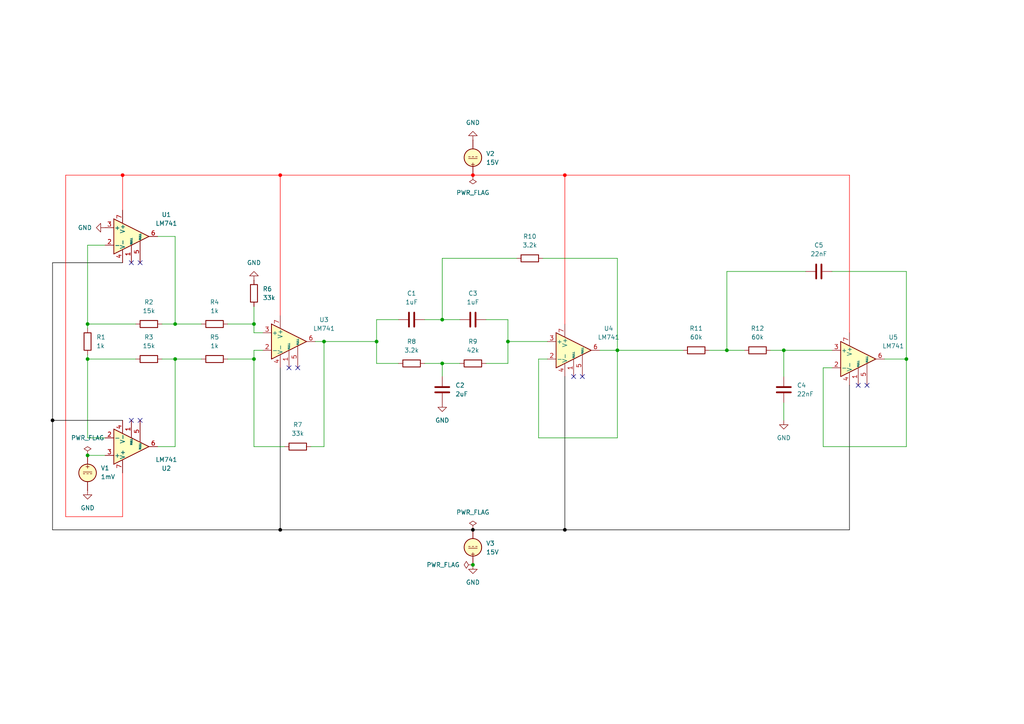
<source format=kicad_sch>
(kicad_sch
	(version 20231120)
	(generator "eeschema")
	(generator_version "8.0")
	(uuid "5d723cfa-37d8-4f2f-9390-f39d5b7e5a7d")
	(paper "A4")
	(title_block
		(title "Electrocardiogram PCB")
	)
	(lib_symbols
		(symbol "Amplifier_Operational:LM741"
			(pin_names
				(offset 0.127)
			)
			(exclude_from_sim no)
			(in_bom yes)
			(on_board yes)
			(property "Reference" "U"
				(at 0 6.35 0)
				(effects
					(font
						(size 1.27 1.27)
					)
					(justify left)
				)
			)
			(property "Value" "LM741"
				(at 0 3.81 0)
				(effects
					(font
						(size 1.27 1.27)
					)
					(justify left)
				)
			)
			(property "Footprint" ""
				(at 1.27 1.27 0)
				(effects
					(font
						(size 1.27 1.27)
					)
					(hide yes)
				)
			)
			(property "Datasheet" "http://www.ti.com/lit/ds/symlink/lm741.pdf"
				(at 3.81 3.81 0)
				(effects
					(font
						(size 1.27 1.27)
					)
					(hide yes)
				)
			)
			(property "Description" "Operational Amplifier, DIP-8/TO-99-8"
				(at 0 0 0)
				(effects
					(font
						(size 1.27 1.27)
					)
					(hide yes)
				)
			)
			(property "ki_keywords" "single opamp"
				(at 0 0 0)
				(effects
					(font
						(size 1.27 1.27)
					)
					(hide yes)
				)
			)
			(property "ki_fp_filters" "SOIC*3.9x4.9mm*P1.27mm* DIP*W7.62mm* TSSOP*3x3mm*P0.65mm*"
				(at 0 0 0)
				(effects
					(font
						(size 1.27 1.27)
					)
					(hide yes)
				)
			)
			(symbol "LM741_0_1"
				(polyline
					(pts
						(xy -5.08 5.08) (xy 5.08 0) (xy -5.08 -5.08) (xy -5.08 5.08)
					)
					(stroke
						(width 0.254)
						(type default)
					)
					(fill
						(type background)
					)
				)
			)
			(symbol "LM741_1_1"
				(pin input line
					(at 0 -7.62 90)
					(length 5.08)
					(name "NULL"
						(effects
							(font
								(size 0.508 0.508)
							)
						)
					)
					(number "1"
						(effects
							(font
								(size 1.27 1.27)
							)
						)
					)
				)
				(pin input line
					(at -7.62 -2.54 0)
					(length 2.54)
					(name "-"
						(effects
							(font
								(size 1.27 1.27)
							)
						)
					)
					(number "2"
						(effects
							(font
								(size 1.27 1.27)
							)
						)
					)
				)
				(pin input line
					(at -7.62 2.54 0)
					(length 2.54)
					(name "+"
						(effects
							(font
								(size 1.27 1.27)
							)
						)
					)
					(number "3"
						(effects
							(font
								(size 1.27 1.27)
							)
						)
					)
				)
				(pin power_in line
					(at -2.54 -7.62 90)
					(length 3.81)
					(name "V-"
						(effects
							(font
								(size 1.27 1.27)
							)
						)
					)
					(number "4"
						(effects
							(font
								(size 1.27 1.27)
							)
						)
					)
				)
				(pin input line
					(at 2.54 -7.62 90)
					(length 6.35)
					(name "NULL"
						(effects
							(font
								(size 0.508 0.508)
							)
						)
					)
					(number "5"
						(effects
							(font
								(size 1.27 1.27)
							)
						)
					)
				)
				(pin output line
					(at 7.62 0 180)
					(length 2.54)
					(name "~"
						(effects
							(font
								(size 1.27 1.27)
							)
						)
					)
					(number "6"
						(effects
							(font
								(size 1.27 1.27)
							)
						)
					)
				)
				(pin power_in line
					(at -2.54 7.62 270)
					(length 3.81)
					(name "V+"
						(effects
							(font
								(size 1.27 1.27)
							)
						)
					)
					(number "7"
						(effects
							(font
								(size 1.27 1.27)
							)
						)
					)
				)
				(pin no_connect line
					(at 0 2.54 270)
					(length 2.54) hide
					(name "NC"
						(effects
							(font
								(size 1.27 1.27)
							)
						)
					)
					(number "8"
						(effects
							(font
								(size 1.27 1.27)
							)
						)
					)
				)
			)
		)
		(symbol "Device:C"
			(pin_numbers hide)
			(pin_names
				(offset 0.254)
			)
			(exclude_from_sim no)
			(in_bom yes)
			(on_board yes)
			(property "Reference" "C"
				(at 0.635 2.54 0)
				(effects
					(font
						(size 1.27 1.27)
					)
					(justify left)
				)
			)
			(property "Value" "C"
				(at 0.635 -2.54 0)
				(effects
					(font
						(size 1.27 1.27)
					)
					(justify left)
				)
			)
			(property "Footprint" ""
				(at 0.9652 -3.81 0)
				(effects
					(font
						(size 1.27 1.27)
					)
					(hide yes)
				)
			)
			(property "Datasheet" "~"
				(at 0 0 0)
				(effects
					(font
						(size 1.27 1.27)
					)
					(hide yes)
				)
			)
			(property "Description" "Unpolarized capacitor"
				(at 0 0 0)
				(effects
					(font
						(size 1.27 1.27)
					)
					(hide yes)
				)
			)
			(property "ki_keywords" "cap capacitor"
				(at 0 0 0)
				(effects
					(font
						(size 1.27 1.27)
					)
					(hide yes)
				)
			)
			(property "ki_fp_filters" "C_*"
				(at 0 0 0)
				(effects
					(font
						(size 1.27 1.27)
					)
					(hide yes)
				)
			)
			(symbol "C_0_1"
				(polyline
					(pts
						(xy -2.032 -0.762) (xy 2.032 -0.762)
					)
					(stroke
						(width 0.508)
						(type default)
					)
					(fill
						(type none)
					)
				)
				(polyline
					(pts
						(xy -2.032 0.762) (xy 2.032 0.762)
					)
					(stroke
						(width 0.508)
						(type default)
					)
					(fill
						(type none)
					)
				)
			)
			(symbol "C_1_1"
				(pin passive line
					(at 0 3.81 270)
					(length 2.794)
					(name "~"
						(effects
							(font
								(size 1.27 1.27)
							)
						)
					)
					(number "1"
						(effects
							(font
								(size 1.27 1.27)
							)
						)
					)
				)
				(pin passive line
					(at 0 -3.81 90)
					(length 2.794)
					(name "~"
						(effects
							(font
								(size 1.27 1.27)
							)
						)
					)
					(number "2"
						(effects
							(font
								(size 1.27 1.27)
							)
						)
					)
				)
			)
		)
		(symbol "Device:R"
			(pin_numbers hide)
			(pin_names
				(offset 0)
			)
			(exclude_from_sim no)
			(in_bom yes)
			(on_board yes)
			(property "Reference" "R"
				(at 2.032 0 90)
				(effects
					(font
						(size 1.27 1.27)
					)
				)
			)
			(property "Value" "R"
				(at 0 0 90)
				(effects
					(font
						(size 1.27 1.27)
					)
				)
			)
			(property "Footprint" ""
				(at -1.778 0 90)
				(effects
					(font
						(size 1.27 1.27)
					)
					(hide yes)
				)
			)
			(property "Datasheet" "~"
				(at 0 0 0)
				(effects
					(font
						(size 1.27 1.27)
					)
					(hide yes)
				)
			)
			(property "Description" "Resistor"
				(at 0 0 0)
				(effects
					(font
						(size 1.27 1.27)
					)
					(hide yes)
				)
			)
			(property "ki_keywords" "R res resistor"
				(at 0 0 0)
				(effects
					(font
						(size 1.27 1.27)
					)
					(hide yes)
				)
			)
			(property "ki_fp_filters" "R_*"
				(at 0 0 0)
				(effects
					(font
						(size 1.27 1.27)
					)
					(hide yes)
				)
			)
			(symbol "R_0_1"
				(rectangle
					(start -1.016 -2.54)
					(end 1.016 2.54)
					(stroke
						(width 0.254)
						(type default)
					)
					(fill
						(type none)
					)
				)
			)
			(symbol "R_1_1"
				(pin passive line
					(at 0 3.81 270)
					(length 1.27)
					(name "~"
						(effects
							(font
								(size 1.27 1.27)
							)
						)
					)
					(number "1"
						(effects
							(font
								(size 1.27 1.27)
							)
						)
					)
				)
				(pin passive line
					(at 0 -3.81 90)
					(length 1.27)
					(name "~"
						(effects
							(font
								(size 1.27 1.27)
							)
						)
					)
					(number "2"
						(effects
							(font
								(size 1.27 1.27)
							)
						)
					)
				)
			)
		)
		(symbol "Simulation_SPICE:VDC"
			(pin_numbers hide)
			(pin_names
				(offset 0.0254)
			)
			(exclude_from_sim no)
			(in_bom yes)
			(on_board yes)
			(property "Reference" "V"
				(at 2.54 2.54 0)
				(effects
					(font
						(size 1.27 1.27)
					)
					(justify left)
				)
			)
			(property "Value" "1"
				(at 2.54 0 0)
				(effects
					(font
						(size 1.27 1.27)
					)
					(justify left)
				)
			)
			(property "Footprint" ""
				(at 0 0 0)
				(effects
					(font
						(size 1.27 1.27)
					)
					(hide yes)
				)
			)
			(property "Datasheet" "https://ngspice.sourceforge.io/docs/ngspice-html-manual/manual.xhtml#sec_Independent_Sources_for"
				(at 0 0 0)
				(effects
					(font
						(size 1.27 1.27)
					)
					(hide yes)
				)
			)
			(property "Description" "Voltage source, DC"
				(at 0 0 0)
				(effects
					(font
						(size 1.27 1.27)
					)
					(hide yes)
				)
			)
			(property "Sim.Pins" "1=+ 2=-"
				(at 0 0 0)
				(effects
					(font
						(size 1.27 1.27)
					)
					(hide yes)
				)
			)
			(property "Sim.Type" "DC"
				(at 0 0 0)
				(effects
					(font
						(size 1.27 1.27)
					)
					(hide yes)
				)
			)
			(property "Sim.Device" "V"
				(at 0 0 0)
				(effects
					(font
						(size 1.27 1.27)
					)
					(justify left)
					(hide yes)
				)
			)
			(property "ki_keywords" "simulation"
				(at 0 0 0)
				(effects
					(font
						(size 1.27 1.27)
					)
					(hide yes)
				)
			)
			(symbol "VDC_0_0"
				(polyline
					(pts
						(xy -1.27 0.254) (xy 1.27 0.254)
					)
					(stroke
						(width 0)
						(type default)
					)
					(fill
						(type none)
					)
				)
				(polyline
					(pts
						(xy -0.762 -0.254) (xy -1.27 -0.254)
					)
					(stroke
						(width 0)
						(type default)
					)
					(fill
						(type none)
					)
				)
				(polyline
					(pts
						(xy 0.254 -0.254) (xy -0.254 -0.254)
					)
					(stroke
						(width 0)
						(type default)
					)
					(fill
						(type none)
					)
				)
				(polyline
					(pts
						(xy 1.27 -0.254) (xy 0.762 -0.254)
					)
					(stroke
						(width 0)
						(type default)
					)
					(fill
						(type none)
					)
				)
				(text "+"
					(at 0 1.905 0)
					(effects
						(font
							(size 1.27 1.27)
						)
					)
				)
			)
			(symbol "VDC_0_1"
				(circle
					(center 0 0)
					(radius 2.54)
					(stroke
						(width 0.254)
						(type default)
					)
					(fill
						(type background)
					)
				)
			)
			(symbol "VDC_1_1"
				(pin passive line
					(at 0 5.08 270)
					(length 2.54)
					(name "~"
						(effects
							(font
								(size 1.27 1.27)
							)
						)
					)
					(number "1"
						(effects
							(font
								(size 1.27 1.27)
							)
						)
					)
				)
				(pin passive line
					(at 0 -5.08 90)
					(length 2.54)
					(name "~"
						(effects
							(font
								(size 1.27 1.27)
							)
						)
					)
					(number "2"
						(effects
							(font
								(size 1.27 1.27)
							)
						)
					)
				)
			)
		)
		(symbol "power:GND"
			(power)
			(pin_numbers hide)
			(pin_names
				(offset 0) hide)
			(exclude_from_sim no)
			(in_bom yes)
			(on_board yes)
			(property "Reference" "#PWR"
				(at 0 -6.35 0)
				(effects
					(font
						(size 1.27 1.27)
					)
					(hide yes)
				)
			)
			(property "Value" "GND"
				(at 0 -3.81 0)
				(effects
					(font
						(size 1.27 1.27)
					)
				)
			)
			(property "Footprint" ""
				(at 0 0 0)
				(effects
					(font
						(size 1.27 1.27)
					)
					(hide yes)
				)
			)
			(property "Datasheet" ""
				(at 0 0 0)
				(effects
					(font
						(size 1.27 1.27)
					)
					(hide yes)
				)
			)
			(property "Description" "Power symbol creates a global label with name \"GND\" , ground"
				(at 0 0 0)
				(effects
					(font
						(size 1.27 1.27)
					)
					(hide yes)
				)
			)
			(property "ki_keywords" "global power"
				(at 0 0 0)
				(effects
					(font
						(size 1.27 1.27)
					)
					(hide yes)
				)
			)
			(symbol "GND_0_1"
				(polyline
					(pts
						(xy 0 0) (xy 0 -1.27) (xy 1.27 -1.27) (xy 0 -2.54) (xy -1.27 -1.27) (xy 0 -1.27)
					)
					(stroke
						(width 0)
						(type default)
					)
					(fill
						(type none)
					)
				)
			)
			(symbol "GND_1_1"
				(pin power_in line
					(at 0 0 270)
					(length 0)
					(name "~"
						(effects
							(font
								(size 1.27 1.27)
							)
						)
					)
					(number "1"
						(effects
							(font
								(size 1.27 1.27)
							)
						)
					)
				)
			)
		)
		(symbol "power:PWR_FLAG"
			(power)
			(pin_numbers hide)
			(pin_names
				(offset 0) hide)
			(exclude_from_sim no)
			(in_bom yes)
			(on_board yes)
			(property "Reference" "#FLG"
				(at 0 1.905 0)
				(effects
					(font
						(size 1.27 1.27)
					)
					(hide yes)
				)
			)
			(property "Value" "PWR_FLAG"
				(at 0 3.81 0)
				(effects
					(font
						(size 1.27 1.27)
					)
				)
			)
			(property "Footprint" ""
				(at 0 0 0)
				(effects
					(font
						(size 1.27 1.27)
					)
					(hide yes)
				)
			)
			(property "Datasheet" "~"
				(at 0 0 0)
				(effects
					(font
						(size 1.27 1.27)
					)
					(hide yes)
				)
			)
			(property "Description" "Special symbol for telling ERC where power comes from"
				(at 0 0 0)
				(effects
					(font
						(size 1.27 1.27)
					)
					(hide yes)
				)
			)
			(property "ki_keywords" "flag power"
				(at 0 0 0)
				(effects
					(font
						(size 1.27 1.27)
					)
					(hide yes)
				)
			)
			(symbol "PWR_FLAG_0_0"
				(pin power_out line
					(at 0 0 90)
					(length 0)
					(name "~"
						(effects
							(font
								(size 1.27 1.27)
							)
						)
					)
					(number "1"
						(effects
							(font
								(size 1.27 1.27)
							)
						)
					)
				)
			)
			(symbol "PWR_FLAG_0_1"
				(polyline
					(pts
						(xy 0 0) (xy 0 1.27) (xy -1.016 1.905) (xy 0 2.54) (xy 1.016 1.905) (xy 0 1.27)
					)
					(stroke
						(width 0)
						(type default)
					)
					(fill
						(type none)
					)
				)
			)
		)
	)
	(junction
		(at 25.4 104.14)
		(diameter 0)
		(color 0 0 0 0)
		(uuid "04c52521-837f-478a-bf44-e50c1bfcf9e6")
	)
	(junction
		(at 93.98 99.06)
		(diameter 0)
		(color 0 0 0 0)
		(uuid "2f9a2bcb-400b-4a75-9651-27258512aca9")
	)
	(junction
		(at 81.28 50.8)
		(diameter 0)
		(color 255 0 0 1)
		(uuid "3c87e2fe-4ea0-487c-982b-d6a878d4bc75")
	)
	(junction
		(at 15.24 121.92)
		(diameter 0)
		(color 0 0 0 1)
		(uuid "4b61e166-f083-47a7-81f4-331c648030e5")
	)
	(junction
		(at 163.83 153.67)
		(diameter 0)
		(color 0 0 0 1)
		(uuid "4f382260-ab64-4cc3-90b0-270c8b647a6d")
	)
	(junction
		(at 128.27 92.71)
		(diameter 0)
		(color 0 0 0 0)
		(uuid "5714e8a4-240a-4ea4-9273-80f0c4d18a01")
	)
	(junction
		(at 163.83 50.8)
		(diameter 0)
		(color 255 0 0 1)
		(uuid "58b2ade1-2c00-4811-88ed-71276b6ed327")
	)
	(junction
		(at 50.8 93.98)
		(diameter 0)
		(color 0 0 0 0)
		(uuid "59baa87f-0765-4e74-927c-c3944728c0e3")
	)
	(junction
		(at 179.07 101.6)
		(diameter 0)
		(color 0 0 0 0)
		(uuid "5aedec92-bab2-4651-8b82-10388dac252c")
	)
	(junction
		(at 25.4 132.08)
		(diameter 0)
		(color 0 0 0 0)
		(uuid "6095d6f9-94e5-4b4f-94cb-c708964ddead")
	)
	(junction
		(at 227.33 101.6)
		(diameter 0)
		(color 0 0 0 0)
		(uuid "61335cb1-d438-4df0-b882-691abdbdfc95")
	)
	(junction
		(at 137.16 50.8)
		(diameter 0)
		(color 255 0 0 1)
		(uuid "661036b9-7042-49da-9ac1-fc4e7b953a2b")
	)
	(junction
		(at 73.66 93.98)
		(diameter 0)
		(color 0 0 0 0)
		(uuid "75362693-554f-4b89-8a49-e71182884e56")
	)
	(junction
		(at 137.16 163.83)
		(diameter 0)
		(color 0 0 0 0)
		(uuid "83caf8f4-7ceb-4b11-9a58-824d2a2ceab7")
	)
	(junction
		(at 25.4 93.98)
		(diameter 0)
		(color 0 0 0 0)
		(uuid "979cd2f3-627f-44f6-b159-ed862484f356")
	)
	(junction
		(at 109.22 99.06)
		(diameter 0)
		(color 0 0 0 0)
		(uuid "a6309a72-65aa-47ed-8a81-193dcd04ad54")
	)
	(junction
		(at 81.28 153.67)
		(diameter 0)
		(color 0 0 0 1)
		(uuid "a7435169-1377-4122-8294-836c422ada80")
	)
	(junction
		(at 137.16 153.67)
		(diameter 0)
		(color 0 0 0 1)
		(uuid "a7ab4ae6-a379-4d88-9bb1-022510910a3a")
	)
	(junction
		(at 128.27 105.41)
		(diameter 0)
		(color 0 0 0 0)
		(uuid "a88049e9-8def-428d-9103-fffe0e53e058")
	)
	(junction
		(at 147.32 99.06)
		(diameter 0)
		(color 0 0 0 0)
		(uuid "ab12c2a4-ef7a-4cc7-bb97-a522ff205183")
	)
	(junction
		(at 50.8 104.14)
		(diameter 0)
		(color 0 0 0 0)
		(uuid "b5feabaf-6a90-42ac-bbb4-a1cdb2339f26")
	)
	(junction
		(at 35.56 50.8)
		(diameter 0)
		(color 255 0 0 1)
		(uuid "e06eb32d-578b-4a4e-a93e-4d9982ffa1f0")
	)
	(junction
		(at 73.66 104.14)
		(diameter 0)
		(color 0 0 0 0)
		(uuid "e59712c5-0c30-4bed-ab27-299584ab6b7c")
	)
	(junction
		(at 210.82 101.6)
		(diameter 0)
		(color 0 0 0 0)
		(uuid "e8b186dc-90de-44ee-b04a-c234ebc24155")
	)
	(junction
		(at 262.89 104.14)
		(diameter 0)
		(color 0 0 0 0)
		(uuid "fd891527-10dd-44c2-bb23-961dac9f7013")
	)
	(no_connect
		(at 248.92 111.76)
		(uuid "0724e3da-9dc8-427b-88f1-5cbab56fc6e7")
	)
	(no_connect
		(at 83.82 106.68)
		(uuid "78df7e2b-00e2-40a2-a274-e83d08de5a0c")
	)
	(no_connect
		(at 251.46 111.76)
		(uuid "7f4c99bf-d04e-43c0-bae7-50acb84dd54f")
	)
	(no_connect
		(at 40.64 76.2)
		(uuid "9987cc09-beb4-4beb-af41-970eb2caee09")
	)
	(no_connect
		(at 166.37 109.22)
		(uuid "ac73f513-ac3b-4062-acd3-ab4e6547c73c")
	)
	(no_connect
		(at 86.36 106.68)
		(uuid "b0692ac8-fae9-4843-9f87-119b42e2707e")
	)
	(no_connect
		(at 38.1 121.92)
		(uuid "bfc0c9a1-e7ab-42ec-8262-2e6c776c117c")
	)
	(no_connect
		(at 168.91 109.22)
		(uuid "d052fbcc-7bb0-4db6-b593-8bdf6621ec9e")
	)
	(no_connect
		(at 40.64 121.92)
		(uuid "d0a27059-e31a-4ec6-b3f0-dab68aebbf01")
	)
	(no_connect
		(at 38.1 76.2)
		(uuid "f8ea707c-62c3-408e-9657-3337738fd03a")
	)
	(wire
		(pts
			(xy 210.82 78.74) (xy 233.68 78.74)
		)
		(stroke
			(width 0)
			(type default)
		)
		(uuid "029fcc5d-702c-44cc-9207-2d20bf7c1725")
	)
	(wire
		(pts
			(xy 147.32 99.06) (xy 158.75 99.06)
		)
		(stroke
			(width 0)
			(type default)
		)
		(uuid "09b1ce30-4249-4c8a-a95d-88a2b2a57352")
	)
	(wire
		(pts
			(xy 128.27 105.41) (xy 128.27 109.22)
		)
		(stroke
			(width 0)
			(type default)
		)
		(uuid "0c81d46a-aefc-4aa8-8c4b-bc66211ebac5")
	)
	(wire
		(pts
			(xy 147.32 105.41) (xy 147.32 99.06)
		)
		(stroke
			(width 0)
			(type default)
		)
		(uuid "0d183000-0162-4e5c-83c1-f40565c5ffa6")
	)
	(wire
		(pts
			(xy 223.52 101.6) (xy 227.33 101.6)
		)
		(stroke
			(width 0)
			(type default)
		)
		(uuid "0d630ae9-2a7f-4060-a374-90ee7e93d3a1")
	)
	(wire
		(pts
			(xy 115.57 92.71) (xy 109.22 92.71)
		)
		(stroke
			(width 0)
			(type default)
		)
		(uuid "134e81fc-f39d-4e67-a7ce-926e1e2ad151")
	)
	(wire
		(pts
			(xy 73.66 101.6) (xy 76.2 101.6)
		)
		(stroke
			(width 0)
			(type default)
		)
		(uuid "192fe7ff-03e5-48f5-a51a-988262204ae2")
	)
	(wire
		(pts
			(xy 25.4 104.14) (xy 39.37 104.14)
		)
		(stroke
			(width 0)
			(type default)
		)
		(uuid "1b91e0ce-82d1-4a1c-a3f4-73c85966c9d3")
	)
	(wire
		(pts
			(xy 45.72 68.58) (xy 50.8 68.58)
		)
		(stroke
			(width 0)
			(type default)
		)
		(uuid "1c0a5359-be3e-45b1-b0b4-fc188c15c627")
	)
	(wire
		(pts
			(xy 163.83 50.8) (xy 163.83 93.98)
		)
		(stroke
			(width 0)
			(type default)
			(color 255 0 0 1)
		)
		(uuid "1c106eed-1dec-4949-ab8c-64a1de47b03e")
	)
	(wire
		(pts
			(xy 81.28 153.67) (xy 137.16 153.67)
		)
		(stroke
			(width 0)
			(type default)
			(color 0 0 0 1)
		)
		(uuid "225eae7b-f727-4cea-a332-33b665f055a4")
	)
	(wire
		(pts
			(xy 66.04 93.98) (xy 73.66 93.98)
		)
		(stroke
			(width 0)
			(type default)
		)
		(uuid "2576e881-64e1-4586-b84f-1a40866bdaef")
	)
	(wire
		(pts
			(xy 179.07 74.93) (xy 179.07 101.6)
		)
		(stroke
			(width 0)
			(type default)
		)
		(uuid "2a03aa2f-2b2d-4afa-b5e6-43a57cf1e5b6")
	)
	(wire
		(pts
			(xy 246.38 153.67) (xy 246.38 111.76)
		)
		(stroke
			(width 0)
			(type default)
			(color 0 0 0 1)
		)
		(uuid "2dbfa054-322c-479f-bfa1-be74ac954ddc")
	)
	(wire
		(pts
			(xy 109.22 105.41) (xy 115.57 105.41)
		)
		(stroke
			(width 0)
			(type default)
		)
		(uuid "2deae6c4-1b1b-45e1-94e5-aefd52304d1c")
	)
	(wire
		(pts
			(xy 35.56 149.86) (xy 35.56 137.16)
		)
		(stroke
			(width 0)
			(type default)
			(color 255 0 0 1)
		)
		(uuid "311cc0b4-a411-4a2c-883e-8267a529c449")
	)
	(wire
		(pts
			(xy 163.83 153.67) (xy 163.83 109.22)
		)
		(stroke
			(width 0)
			(type default)
			(color 0 0 0 1)
		)
		(uuid "349818c2-d10d-4e9f-83df-20420dc9f720")
	)
	(wire
		(pts
			(xy 227.33 101.6) (xy 227.33 109.22)
		)
		(stroke
			(width 0)
			(type default)
		)
		(uuid "35a289ee-7c95-4745-a534-dc45d6e3b684")
	)
	(wire
		(pts
			(xy 50.8 104.14) (xy 58.42 104.14)
		)
		(stroke
			(width 0)
			(type default)
		)
		(uuid "3be041bb-62af-432a-bd26-eb10e6cf57ad")
	)
	(wire
		(pts
			(xy 25.4 132.08) (xy 30.48 132.08)
		)
		(stroke
			(width 0)
			(type default)
		)
		(uuid "3dd4abcc-0f24-4a22-bcb9-9992db8e5029")
	)
	(wire
		(pts
			(xy 46.99 93.98) (xy 50.8 93.98)
		)
		(stroke
			(width 0)
			(type default)
		)
		(uuid "3e7a5160-813c-419f-ad14-ae9b624de7f1")
	)
	(wire
		(pts
			(xy 128.27 105.41) (xy 133.35 105.41)
		)
		(stroke
			(width 0)
			(type default)
		)
		(uuid "3ec8dc1e-afc5-4ad6-825d-6e1e65867c8b")
	)
	(wire
		(pts
			(xy 73.66 96.52) (xy 76.2 96.52)
		)
		(stroke
			(width 0)
			(type default)
		)
		(uuid "3f586163-3852-49de-8939-23fa197be230")
	)
	(wire
		(pts
			(xy 137.16 153.67) (xy 163.83 153.67)
		)
		(stroke
			(width 0)
			(type default)
			(color 0 0 0 1)
		)
		(uuid "423eb45c-4d8b-467e-afe7-a0b7249e8564")
	)
	(wire
		(pts
			(xy 140.97 92.71) (xy 147.32 92.71)
		)
		(stroke
			(width 0)
			(type default)
		)
		(uuid "453d369b-8d5a-4b75-95ec-40949941914a")
	)
	(wire
		(pts
			(xy 25.4 127) (xy 30.48 127)
		)
		(stroke
			(width 0)
			(type default)
		)
		(uuid "47646880-7f58-409b-9712-29d7bfb77dca")
	)
	(wire
		(pts
			(xy 128.27 74.93) (xy 149.86 74.93)
		)
		(stroke
			(width 0)
			(type default)
		)
		(uuid "47eabcc6-11b0-4f35-a50d-37eed6186011")
	)
	(wire
		(pts
			(xy 205.74 101.6) (xy 210.82 101.6)
		)
		(stroke
			(width 0)
			(type default)
		)
		(uuid "4800b515-c64a-42d4-956e-57c482560cad")
	)
	(wire
		(pts
			(xy 25.4 71.12) (xy 25.4 93.98)
		)
		(stroke
			(width 0)
			(type default)
		)
		(uuid "4d706ad6-730a-47e6-a588-ebedb2fc752c")
	)
	(wire
		(pts
			(xy 81.28 50.8) (xy 81.28 91.44)
		)
		(stroke
			(width 0)
			(type default)
			(color 255 0 0 1)
		)
		(uuid "4db63a7f-1517-4ce3-9711-99ce5bac0043")
	)
	(wire
		(pts
			(xy 15.24 121.92) (xy 15.24 153.67)
		)
		(stroke
			(width 0)
			(type default)
			(color 0 0 0 1)
		)
		(uuid "51469822-cc56-4c7c-8b37-ddef54b38172")
	)
	(wire
		(pts
			(xy 19.05 50.8) (xy 19.05 149.86)
		)
		(stroke
			(width 0)
			(type default)
			(color 255 0 0 1)
		)
		(uuid "57978920-ef5b-4faf-b946-0878f43459d4")
	)
	(wire
		(pts
			(xy 262.89 78.74) (xy 262.89 104.14)
		)
		(stroke
			(width 0)
			(type default)
		)
		(uuid "5d30e26f-5522-4af8-a316-7f5d3faca537")
	)
	(wire
		(pts
			(xy 238.76 129.54) (xy 262.89 129.54)
		)
		(stroke
			(width 0)
			(type default)
		)
		(uuid "663ed66a-5b76-4fc6-8b9b-8d149886ec26")
	)
	(wire
		(pts
			(xy 128.27 92.71) (xy 128.27 74.93)
		)
		(stroke
			(width 0)
			(type default)
		)
		(uuid "690d968d-314e-4ef6-887c-f1463a2f3057")
	)
	(wire
		(pts
			(xy 210.82 101.6) (xy 215.9 101.6)
		)
		(stroke
			(width 0)
			(type default)
		)
		(uuid "6d7549ec-1d47-4528-812c-2e59a0581741")
	)
	(wire
		(pts
			(xy 156.21 104.14) (xy 156.21 127)
		)
		(stroke
			(width 0)
			(type default)
		)
		(uuid "703451df-4adc-45a9-b288-b1c798a0adcf")
	)
	(wire
		(pts
			(xy 198.12 101.6) (xy 179.07 101.6)
		)
		(stroke
			(width 0)
			(type default)
		)
		(uuid "7336b383-b11a-4b57-ac6e-5e450ada23f9")
	)
	(wire
		(pts
			(xy 227.33 116.84) (xy 227.33 121.92)
		)
		(stroke
			(width 0)
			(type default)
		)
		(uuid "73e7152e-4fed-472b-9507-b0990d521f48")
	)
	(wire
		(pts
			(xy 93.98 99.06) (xy 91.44 99.06)
		)
		(stroke
			(width 0)
			(type default)
		)
		(uuid "7443bb38-716c-468d-b3bd-2ffbddd0ed58")
	)
	(wire
		(pts
			(xy 93.98 129.54) (xy 93.98 99.06)
		)
		(stroke
			(width 0)
			(type default)
		)
		(uuid "7742ad25-46f8-4316-ae5f-4d720b078928")
	)
	(wire
		(pts
			(xy 238.76 106.68) (xy 238.76 129.54)
		)
		(stroke
			(width 0)
			(type default)
		)
		(uuid "786def18-0f83-4333-afb2-8656b9630016")
	)
	(wire
		(pts
			(xy 158.75 104.14) (xy 156.21 104.14)
		)
		(stroke
			(width 0)
			(type default)
		)
		(uuid "83019a9b-ed3c-4db1-a894-9ca673f966d4")
	)
	(wire
		(pts
			(xy 246.38 50.8) (xy 246.38 96.52)
		)
		(stroke
			(width 0)
			(type default)
			(color 255 0 0 1)
		)
		(uuid "8334506d-425d-4b8a-a066-ab1b35a259a2")
	)
	(wire
		(pts
			(xy 128.27 92.71) (xy 133.35 92.71)
		)
		(stroke
			(width 0)
			(type default)
		)
		(uuid "8a9c2dfa-a2b6-432f-8ec3-f46776b0a8a1")
	)
	(wire
		(pts
			(xy 15.24 76.2) (xy 15.24 121.92)
		)
		(stroke
			(width 0)
			(type default)
			(color 0 0 0 1)
		)
		(uuid "8ab2c727-27a3-436e-8927-c5bfe2bc36da")
	)
	(wire
		(pts
			(xy 73.66 104.14) (xy 73.66 129.54)
		)
		(stroke
			(width 0)
			(type default)
		)
		(uuid "8ca98c36-1622-42f6-a9ef-f7aaae7f8446")
	)
	(wire
		(pts
			(xy 46.99 104.14) (xy 50.8 104.14)
		)
		(stroke
			(width 0)
			(type default)
		)
		(uuid "8d193c70-726a-4be9-8a52-64b5e28e6fe4")
	)
	(wire
		(pts
			(xy 35.56 60.96) (xy 35.56 50.8)
		)
		(stroke
			(width 0)
			(type default)
			(color 255 0 0 1)
		)
		(uuid "9150e8b4-c174-4af9-bf76-6fba7770d9cc")
	)
	(wire
		(pts
			(xy 35.56 50.8) (xy 81.28 50.8)
		)
		(stroke
			(width 0)
			(type default)
			(color 255 0 0 1)
		)
		(uuid "987c23b7-f848-4425-bb66-317dcdece2cd")
	)
	(wire
		(pts
			(xy 262.89 129.54) (xy 262.89 104.14)
		)
		(stroke
			(width 0)
			(type default)
		)
		(uuid "993615a6-ef0c-4542-a6b2-752859e88bfc")
	)
	(wire
		(pts
			(xy 30.48 71.12) (xy 25.4 71.12)
		)
		(stroke
			(width 0)
			(type default)
		)
		(uuid "9db1d93c-90fd-42c9-bc2f-9579119ccbda")
	)
	(wire
		(pts
			(xy 90.17 129.54) (xy 93.98 129.54)
		)
		(stroke
			(width 0)
			(type default)
		)
		(uuid "a08b90fe-943a-4ba2-b63a-8830d5d55891")
	)
	(wire
		(pts
			(xy 73.66 129.54) (xy 82.55 129.54)
		)
		(stroke
			(width 0)
			(type default)
		)
		(uuid "a777d2be-aa6e-470e-9faa-df5315f628de")
	)
	(wire
		(pts
			(xy 81.28 153.67) (xy 81.28 106.68)
		)
		(stroke
			(width 0)
			(type default)
			(color 0 0 0 1)
		)
		(uuid "a7faa51d-03ee-4b32-83aa-076b0278e294")
	)
	(wire
		(pts
			(xy 109.22 99.06) (xy 109.22 105.41)
		)
		(stroke
			(width 0)
			(type default)
		)
		(uuid "a918af3c-59bb-4f29-874a-5e7cd19b0ddf")
	)
	(wire
		(pts
			(xy 25.4 102.87) (xy 25.4 104.14)
		)
		(stroke
			(width 0)
			(type default)
		)
		(uuid "acf2ba37-6f59-4667-abbf-80de49dfb486")
	)
	(wire
		(pts
			(xy 93.98 99.06) (xy 109.22 99.06)
		)
		(stroke
			(width 0)
			(type default)
		)
		(uuid "af77ec45-047a-498e-be65-bfd8d26e93e2")
	)
	(wire
		(pts
			(xy 50.8 104.14) (xy 50.8 129.54)
		)
		(stroke
			(width 0)
			(type default)
		)
		(uuid "b2ed8ac0-2355-436b-a9ff-45644855e6ba")
	)
	(wire
		(pts
			(xy 210.82 101.6) (xy 210.82 78.74)
		)
		(stroke
			(width 0)
			(type default)
		)
		(uuid "b85cd4dc-4d6e-48c4-bbf0-dc14fa5db51d")
	)
	(wire
		(pts
			(xy 227.33 101.6) (xy 241.3 101.6)
		)
		(stroke
			(width 0)
			(type default)
		)
		(uuid "ba00c8c5-cf33-4da0-bad0-07f31d833fcb")
	)
	(wire
		(pts
			(xy 137.16 50.8) (xy 163.83 50.8)
		)
		(stroke
			(width 0)
			(type default)
			(color 255 0 0 1)
		)
		(uuid "ba2d6f99-7f6d-44fb-ae61-0438676e10d2")
	)
	(wire
		(pts
			(xy 241.3 106.68) (xy 238.76 106.68)
		)
		(stroke
			(width 0)
			(type default)
		)
		(uuid "baee7a22-6094-4c63-8786-deb3b9ec2072")
	)
	(wire
		(pts
			(xy 163.83 50.8) (xy 246.38 50.8)
		)
		(stroke
			(width 0)
			(type default)
			(color 255 0 0 1)
		)
		(uuid "bbecf612-748b-453a-9f30-678f28f9c9cd")
	)
	(wire
		(pts
			(xy 45.72 129.54) (xy 50.8 129.54)
		)
		(stroke
			(width 0)
			(type default)
		)
		(uuid "c0e0b4e1-b135-4f0c-a8a2-9424625cd51b")
	)
	(wire
		(pts
			(xy 123.19 92.71) (xy 128.27 92.71)
		)
		(stroke
			(width 0)
			(type default)
		)
		(uuid "c3043062-2262-4749-8be3-80a8990b22af")
	)
	(wire
		(pts
			(xy 19.05 149.86) (xy 35.56 149.86)
		)
		(stroke
			(width 0)
			(type default)
			(color 255 0 0 1)
		)
		(uuid "c4753b5a-cba0-4c79-9efe-f160d5bd5510")
	)
	(wire
		(pts
			(xy 140.97 105.41) (xy 147.32 105.41)
		)
		(stroke
			(width 0)
			(type default)
		)
		(uuid "c4f4d408-d473-4f0e-b3e3-e51d8cd5ead1")
	)
	(wire
		(pts
			(xy 241.3 78.74) (xy 262.89 78.74)
		)
		(stroke
			(width 0)
			(type default)
		)
		(uuid "c644976c-db85-4a78-a49c-6f3e00300b39")
	)
	(wire
		(pts
			(xy 73.66 104.14) (xy 73.66 101.6)
		)
		(stroke
			(width 0)
			(type default)
		)
		(uuid "c731b799-876d-4ad4-857e-ba42d6cc4e3d")
	)
	(wire
		(pts
			(xy 73.66 88.9) (xy 73.66 93.98)
		)
		(stroke
			(width 0)
			(type default)
		)
		(uuid "c9cd64b1-33f7-4ffa-a518-ac310868ce08")
	)
	(wire
		(pts
			(xy 73.66 93.98) (xy 73.66 96.52)
		)
		(stroke
			(width 0)
			(type default)
		)
		(uuid "cbf3dd69-3d58-47b8-87f5-abf62a1cf29e")
	)
	(wire
		(pts
			(xy 25.4 93.98) (xy 39.37 93.98)
		)
		(stroke
			(width 0)
			(type default)
		)
		(uuid "cce9f581-c6c8-4acb-9b24-70b3de5e0202")
	)
	(wire
		(pts
			(xy 157.48 74.93) (xy 179.07 74.93)
		)
		(stroke
			(width 0)
			(type default)
		)
		(uuid "cfc92789-8837-40ac-88d6-fdd54a092144")
	)
	(wire
		(pts
			(xy 163.83 153.67) (xy 246.38 153.67)
		)
		(stroke
			(width 0)
			(type default)
			(color 0 0 0 1)
		)
		(uuid "d03ebc0a-16a1-4009-b9fd-5c9dfd056e68")
	)
	(wire
		(pts
			(xy 156.21 127) (xy 179.07 127)
		)
		(stroke
			(width 0)
			(type default)
		)
		(uuid "d056b2f3-7b25-4031-b0a0-b114e11234f1")
	)
	(wire
		(pts
			(xy 173.99 101.6) (xy 179.07 101.6)
		)
		(stroke
			(width 0)
			(type default)
		)
		(uuid "d2c6da29-ab0c-43e1-a638-3789c4a3fb53")
	)
	(wire
		(pts
			(xy 19.05 50.8) (xy 35.56 50.8)
		)
		(stroke
			(width 0)
			(type default)
			(color 255 0 0 1)
		)
		(uuid "d372347d-2bc9-4587-9ac0-6b4fa3e25d3f")
	)
	(wire
		(pts
			(xy 81.28 50.8) (xy 137.16 50.8)
		)
		(stroke
			(width 0)
			(type default)
			(color 255 0 0 1)
		)
		(uuid "df34e317-2829-45fc-95ff-42483342c76e")
	)
	(wire
		(pts
			(xy 262.89 104.14) (xy 256.54 104.14)
		)
		(stroke
			(width 0)
			(type default)
		)
		(uuid "e0afadd1-3ecd-40f6-b6c2-e84519637e07")
	)
	(wire
		(pts
			(xy 35.56 121.92) (xy 15.24 121.92)
		)
		(stroke
			(width 0)
			(type default)
			(color 0 0 0 1)
		)
		(uuid "e135a124-07a8-4c43-8d23-b550c636554f")
	)
	(wire
		(pts
			(xy 50.8 68.58) (xy 50.8 93.98)
		)
		(stroke
			(width 0)
			(type default)
		)
		(uuid "e35636b3-dab2-43b2-b29e-3c13ebd3f604")
	)
	(wire
		(pts
			(xy 35.56 76.2) (xy 15.24 76.2)
		)
		(stroke
			(width 0)
			(type default)
			(color 0 0 0 1)
		)
		(uuid "e86bf78d-6705-4b10-8423-d9daadcdd56c")
	)
	(wire
		(pts
			(xy 25.4 104.14) (xy 25.4 127)
		)
		(stroke
			(width 0)
			(type default)
		)
		(uuid "ed1e37dd-88b2-4089-a71d-a42b9f7a6399")
	)
	(wire
		(pts
			(xy 66.04 104.14) (xy 73.66 104.14)
		)
		(stroke
			(width 0)
			(type default)
		)
		(uuid "f05baacb-1453-433f-a17c-2b8fb273400c")
	)
	(wire
		(pts
			(xy 179.07 127) (xy 179.07 101.6)
		)
		(stroke
			(width 0)
			(type default)
		)
		(uuid "f152574d-48fa-46a4-949c-b0bb5f44a6c8")
	)
	(wire
		(pts
			(xy 15.24 153.67) (xy 81.28 153.67)
		)
		(stroke
			(width 0)
			(type default)
			(color 0 0 0 1)
		)
		(uuid "f2d058d6-0f11-48b3-af2d-8471173a24b6")
	)
	(wire
		(pts
			(xy 147.32 99.06) (xy 147.32 92.71)
		)
		(stroke
			(width 0)
			(type default)
		)
		(uuid "f39d8bd9-f1a9-43b7-a8ba-757340ccddca")
	)
	(wire
		(pts
			(xy 109.22 92.71) (xy 109.22 99.06)
		)
		(stroke
			(width 0)
			(type default)
		)
		(uuid "f6e3945b-ad9b-454b-846e-5612e1f3d798")
	)
	(wire
		(pts
			(xy 50.8 93.98) (xy 58.42 93.98)
		)
		(stroke
			(width 0)
			(type default)
		)
		(uuid "fb3ee239-4a45-4bd6-b0f0-e4374ce237ca")
	)
	(wire
		(pts
			(xy 25.4 93.98) (xy 25.4 95.25)
		)
		(stroke
			(width 0)
			(type default)
		)
		(uuid "fe6efe91-7f10-45e5-bfc3-f3b3beb87e46")
	)
	(wire
		(pts
			(xy 123.19 105.41) (xy 128.27 105.41)
		)
		(stroke
			(width 0)
			(type default)
		)
		(uuid "ff58cb56-bc30-4c30-aacc-600295fdc9a5")
	)
	(symbol
		(lib_id "power:GND")
		(at 73.66 81.28 180)
		(unit 1)
		(exclude_from_sim no)
		(in_bom yes)
		(on_board yes)
		(dnp no)
		(fields_autoplaced yes)
		(uuid "00e66579-b6a8-4663-9870-8d4639cb1a65")
		(property "Reference" "#PWR03"
			(at 73.66 74.93 0)
			(effects
				(font
					(size 1.27 1.27)
				)
				(hide yes)
			)
		)
		(property "Value" "GND"
			(at 73.66 76.2 0)
			(effects
				(font
					(size 1.27 1.27)
				)
			)
		)
		(property "Footprint" ""
			(at 73.66 81.28 0)
			(effects
				(font
					(size 1.27 1.27)
				)
				(hide yes)
			)
		)
		(property "Datasheet" ""
			(at 73.66 81.28 0)
			(effects
				(font
					(size 1.27 1.27)
				)
				(hide yes)
			)
		)
		(property "Description" "Power symbol creates a global label with name \"GND\" , ground"
			(at 73.66 81.28 0)
			(effects
				(font
					(size 1.27 1.27)
				)
				(hide yes)
			)
		)
		(pin "1"
			(uuid "399aa289-8291-4bc1-b5ce-3e36a2797c16")
		)
		(instances
			(project ""
				(path "/5d723cfa-37d8-4f2f-9390-f39d5b7e5a7d"
					(reference "#PWR03")
					(unit 1)
				)
			)
		)
	)
	(symbol
		(lib_id "power:GND")
		(at 227.33 121.92 0)
		(unit 1)
		(exclude_from_sim no)
		(in_bom yes)
		(on_board yes)
		(dnp no)
		(fields_autoplaced yes)
		(uuid "05d5c1be-5c5b-45a0-8283-5e67a9f40e09")
		(property "Reference" "#PWR07"
			(at 227.33 128.27 0)
			(effects
				(font
					(size 1.27 1.27)
				)
				(hide yes)
			)
		)
		(property "Value" "GND"
			(at 227.33 127 0)
			(effects
				(font
					(size 1.27 1.27)
				)
			)
		)
		(property "Footprint" ""
			(at 227.33 121.92 0)
			(effects
				(font
					(size 1.27 1.27)
				)
				(hide yes)
			)
		)
		(property "Datasheet" ""
			(at 227.33 121.92 0)
			(effects
				(font
					(size 1.27 1.27)
				)
				(hide yes)
			)
		)
		(property "Description" "Power symbol creates a global label with name \"GND\" , ground"
			(at 227.33 121.92 0)
			(effects
				(font
					(size 1.27 1.27)
				)
				(hide yes)
			)
		)
		(pin "1"
			(uuid "1b923465-5fe6-4ac5-8f9a-c7ebad25303c")
		)
		(instances
			(project ""
				(path "/5d723cfa-37d8-4f2f-9390-f39d5b7e5a7d"
					(reference "#PWR07")
					(unit 1)
				)
			)
		)
	)
	(symbol
		(lib_id "Device:R")
		(at 137.16 105.41 90)
		(unit 1)
		(exclude_from_sim no)
		(in_bom yes)
		(on_board yes)
		(dnp no)
		(fields_autoplaced yes)
		(uuid "1c507eb3-fb3a-4ca0-a153-42b4ea7d4e60")
		(property "Reference" "R9"
			(at 137.16 99.06 90)
			(effects
				(font
					(size 1.27 1.27)
				)
			)
		)
		(property "Value" "42k"
			(at 137.16 101.6 90)
			(effects
				(font
					(size 1.27 1.27)
				)
			)
		)
		(property "Footprint" "Resistor_THT:R_Axial_DIN0207_L6.3mm_D2.5mm_P15.24mm_Horizontal"
			(at 137.16 107.188 90)
			(effects
				(font
					(size 1.27 1.27)
				)
				(hide yes)
			)
		)
		(property "Datasheet" "~"
			(at 137.16 105.41 0)
			(effects
				(font
					(size 1.27 1.27)
				)
				(hide yes)
			)
		)
		(property "Description" "Resistor"
			(at 137.16 105.41 0)
			(effects
				(font
					(size 1.27 1.27)
				)
				(hide yes)
			)
		)
		(pin "2"
			(uuid "47aeb176-3aaf-446d-ae60-9fc1fc2de343")
		)
		(pin "1"
			(uuid "470b73ab-10a9-4124-91c9-511e4625588d")
		)
		(instances
			(project "ECG"
				(path "/5d723cfa-37d8-4f2f-9390-f39d5b7e5a7d"
					(reference "R9")
					(unit 1)
				)
			)
		)
	)
	(symbol
		(lib_id "Device:R")
		(at 73.66 85.09 0)
		(unit 1)
		(exclude_from_sim no)
		(in_bom yes)
		(on_board yes)
		(dnp no)
		(fields_autoplaced yes)
		(uuid "1d36c210-aa6f-4564-89ad-87ed2904c8a3")
		(property "Reference" "R6"
			(at 76.2 83.8199 0)
			(effects
				(font
					(size 1.27 1.27)
				)
				(justify left)
			)
		)
		(property "Value" "33k"
			(at 76.2 86.3599 0)
			(effects
				(font
					(size 1.27 1.27)
				)
				(justify left)
			)
		)
		(property "Footprint" "Resistor_THT:R_Axial_DIN0207_L6.3mm_D2.5mm_P15.24mm_Horizontal"
			(at 71.882 85.09 90)
			(effects
				(font
					(size 1.27 1.27)
				)
				(hide yes)
			)
		)
		(property "Datasheet" "~"
			(at 73.66 85.09 0)
			(effects
				(font
					(size 1.27 1.27)
				)
				(hide yes)
			)
		)
		(property "Description" "Resistor"
			(at 73.66 85.09 0)
			(effects
				(font
					(size 1.27 1.27)
				)
				(hide yes)
			)
		)
		(pin "2"
			(uuid "70cf171e-7d55-4788-ad70-ea6ec9c9e0fd")
		)
		(pin "1"
			(uuid "37853b82-de12-4fc3-92c3-a56a64a04244")
		)
		(instances
			(project ""
				(path "/5d723cfa-37d8-4f2f-9390-f39d5b7e5a7d"
					(reference "R6")
					(unit 1)
				)
			)
		)
	)
	(symbol
		(lib_id "Amplifier_Operational:LM741")
		(at 83.82 99.06 0)
		(unit 1)
		(exclude_from_sim no)
		(in_bom yes)
		(on_board yes)
		(dnp no)
		(fields_autoplaced yes)
		(uuid "1f119d56-ce8b-4f53-9544-6b3f86365412")
		(property "Reference" "U3"
			(at 93.98 92.7414 0)
			(effects
				(font
					(size 1.27 1.27)
				)
			)
		)
		(property "Value" "LM741"
			(at 93.98 95.2814 0)
			(effects
				(font
					(size 1.27 1.27)
				)
			)
		)
		(property "Footprint" "Package_DIP:DIP-8_W7.62mm"
			(at 85.09 97.79 0)
			(effects
				(font
					(size 1.27 1.27)
				)
				(hide yes)
			)
		)
		(property "Datasheet" "http://www.ti.com/lit/ds/symlink/lm741.pdf"
			(at 87.63 95.25 0)
			(effects
				(font
					(size 1.27 1.27)
				)
				(hide yes)
			)
		)
		(property "Description" "Operational Amplifier, DIP-8/TO-99-8"
			(at 83.82 99.06 0)
			(effects
				(font
					(size 1.27 1.27)
				)
				(hide yes)
			)
		)
		(pin "3"
			(uuid "9d72409d-d124-43f7-a730-2c4c363ce2d0")
		)
		(pin "2"
			(uuid "6b7ad628-f1bb-44f6-9f6a-9dce8080edd4")
		)
		(pin "4"
			(uuid "b509794a-3910-4cba-b868-690d571476aa")
		)
		(pin "1"
			(uuid "617a54d0-b18b-4315-97b3-956e25a0bf3c")
		)
		(pin "6"
			(uuid "bc651795-1345-47bf-a345-6b14e66bfb97")
		)
		(pin "5"
			(uuid "1d8bd0fc-99bb-48d5-b8ff-f2383008a85e")
		)
		(pin "7"
			(uuid "f338c9c3-8379-4e9f-9bdb-ef3c80f72594")
		)
		(pin "8"
			(uuid "6b99b710-8fd1-4d24-a853-4efa8b349a24")
		)
		(instances
			(project ""
				(path "/5d723cfa-37d8-4f2f-9390-f39d5b7e5a7d"
					(reference "U3")
					(unit 1)
				)
			)
		)
	)
	(symbol
		(lib_id "Simulation_SPICE:VDC")
		(at 25.4 137.16 0)
		(unit 1)
		(exclude_from_sim no)
		(in_bom yes)
		(on_board yes)
		(dnp no)
		(fields_autoplaced yes)
		(uuid "30f4fd5a-05d2-4007-a084-884b2b8b260f")
		(property "Reference" "V1"
			(at 29.21 135.7601 0)
			(effects
				(font
					(size 1.27 1.27)
				)
				(justify left)
			)
		)
		(property "Value" "1mV"
			(at 29.21 138.3001 0)
			(effects
				(font
					(size 1.27 1.27)
				)
				(justify left)
			)
		)
		(property "Footprint" "Connector_PinHeader_2.54mm:PinHeader_1x02_P2.54mm_Vertical"
			(at 25.4 137.16 0)
			(effects
				(font
					(size 1.27 1.27)
				)
				(hide yes)
			)
		)
		(property "Datasheet" "https://ngspice.sourceforge.io/docs/ngspice-html-manual/manual.xhtml#sec_Independent_Sources_for"
			(at 25.4 137.16 0)
			(effects
				(font
					(size 1.27 1.27)
				)
				(hide yes)
			)
		)
		(property "Description" "Voltage source, DC"
			(at 25.4 137.16 0)
			(effects
				(font
					(size 1.27 1.27)
				)
				(hide yes)
			)
		)
		(property "Sim.Pins" "1=+ 2=-"
			(at 25.4 137.16 0)
			(effects
				(font
					(size 1.27 1.27)
				)
				(hide yes)
			)
		)
		(property "Sim.Type" "DC"
			(at 25.4 137.16 0)
			(effects
				(font
					(size 1.27 1.27)
				)
				(hide yes)
			)
		)
		(property "Sim.Device" "V"
			(at 25.4 137.16 0)
			(effects
				(font
					(size 1.27 1.27)
				)
				(justify left)
				(hide yes)
			)
		)
		(pin "2"
			(uuid "79f3c0c5-6fa5-4596-b392-dd00053a0900")
		)
		(pin "1"
			(uuid "ba7610ea-ce57-49c7-bd3b-89bd49718b97")
		)
		(instances
			(project ""
				(path "/5d723cfa-37d8-4f2f-9390-f39d5b7e5a7d"
					(reference "V1")
					(unit 1)
				)
			)
		)
	)
	(symbol
		(lib_id "Device:C")
		(at 227.33 113.03 0)
		(unit 1)
		(exclude_from_sim no)
		(in_bom yes)
		(on_board yes)
		(dnp no)
		(fields_autoplaced yes)
		(uuid "317c8382-9018-4d18-b1f4-f089deb1f847")
		(property "Reference" "C4"
			(at 231.14 111.7599 0)
			(effects
				(font
					(size 1.27 1.27)
				)
				(justify left)
			)
		)
		(property "Value" "22nF"
			(at 231.14 114.2999 0)
			(effects
				(font
					(size 1.27 1.27)
				)
				(justify left)
			)
		)
		(property "Footprint" "Capacitor_THT:C_Disc_D5.0mm_W2.5mm_P2.50mm"
			(at 228.2952 116.84 0)
			(effects
				(font
					(size 1.27 1.27)
				)
				(hide yes)
			)
		)
		(property "Datasheet" "~"
			(at 227.33 113.03 0)
			(effects
				(font
					(size 1.27 1.27)
				)
				(hide yes)
			)
		)
		(property "Description" "Unpolarized capacitor"
			(at 227.33 113.03 0)
			(effects
				(font
					(size 1.27 1.27)
				)
				(hide yes)
			)
		)
		(pin "2"
			(uuid "bf56d393-f293-473b-8ca2-ee23b3d563f3")
		)
		(pin "1"
			(uuid "7a4ac3a8-0a89-4ce0-b889-ebff6529e453")
		)
		(instances
			(project ""
				(path "/5d723cfa-37d8-4f2f-9390-f39d5b7e5a7d"
					(reference "C4")
					(unit 1)
				)
			)
		)
	)
	(symbol
		(lib_id "Device:R")
		(at 86.36 129.54 90)
		(unit 1)
		(exclude_from_sim no)
		(in_bom yes)
		(on_board yes)
		(dnp no)
		(fields_autoplaced yes)
		(uuid "3bf04c36-6b67-4682-8c2c-02da1244e7c3")
		(property "Reference" "R7"
			(at 86.36 123.19 90)
			(effects
				(font
					(size 1.27 1.27)
				)
			)
		)
		(property "Value" "33k"
			(at 86.36 125.73 90)
			(effects
				(font
					(size 1.27 1.27)
				)
			)
		)
		(property "Footprint" "Resistor_THT:R_Axial_DIN0207_L6.3mm_D2.5mm_P15.24mm_Horizontal"
			(at 86.36 131.318 90)
			(effects
				(font
					(size 1.27 1.27)
				)
				(hide yes)
			)
		)
		(property "Datasheet" "~"
			(at 86.36 129.54 0)
			(effects
				(font
					(size 1.27 1.27)
				)
				(hide yes)
			)
		)
		(property "Description" "Resistor"
			(at 86.36 129.54 0)
			(effects
				(font
					(size 1.27 1.27)
				)
				(hide yes)
			)
		)
		(pin "2"
			(uuid "33582f0f-161d-43df-8540-543538979f68")
		)
		(pin "1"
			(uuid "b16a4388-d053-41f9-8cb9-3d9ef5a35866")
		)
		(instances
			(project ""
				(path "/5d723cfa-37d8-4f2f-9390-f39d5b7e5a7d"
					(reference "R7")
					(unit 1)
				)
			)
		)
	)
	(symbol
		(lib_id "Simulation_SPICE:VDC")
		(at 137.16 45.72 180)
		(unit 1)
		(exclude_from_sim no)
		(in_bom yes)
		(on_board yes)
		(dnp no)
		(fields_autoplaced yes)
		(uuid "46b3a9ca-1ad9-49be-931a-0f753081703b")
		(property "Reference" "V2"
			(at 140.97 44.5797 0)
			(effects
				(font
					(size 1.27 1.27)
				)
				(justify right)
			)
		)
		(property "Value" "15V"
			(at 140.97 47.1197 0)
			(effects
				(font
					(size 1.27 1.27)
				)
				(justify right)
			)
		)
		(property "Footprint" "Battery:BatteryHolder_Bulgin_BX0036_1xC"
			(at 137.16 45.72 0)
			(effects
				(font
					(size 1.27 1.27)
				)
				(hide yes)
			)
		)
		(property "Datasheet" "https://ngspice.sourceforge.io/docs/ngspice-html-manual/manual.xhtml#sec_Independent_Sources_for"
			(at 137.16 45.72 0)
			(effects
				(font
					(size 1.27 1.27)
				)
				(hide yes)
			)
		)
		(property "Description" "Voltage source, DC"
			(at 137.16 45.72 0)
			(effects
				(font
					(size 1.27 1.27)
				)
				(hide yes)
			)
		)
		(property "Sim.Pins" "1=+ 2=-"
			(at 137.16 45.72 0)
			(effects
				(font
					(size 1.27 1.27)
				)
				(hide yes)
			)
		)
		(property "Sim.Type" "DC"
			(at 137.16 45.72 0)
			(effects
				(font
					(size 1.27 1.27)
				)
				(hide yes)
			)
		)
		(property "Sim.Device" "V"
			(at 137.16 45.72 0)
			(effects
				(font
					(size 1.27 1.27)
				)
				(justify left)
				(hide yes)
			)
		)
		(pin "1"
			(uuid "6b9725cb-71a7-4882-8e64-9d0534da864d")
		)
		(pin "2"
			(uuid "4ea31ddf-ac6c-45d7-8551-0e2e3fa7a21e")
		)
		(instances
			(project ""
				(path "/5d723cfa-37d8-4f2f-9390-f39d5b7e5a7d"
					(reference "V2")
					(unit 1)
				)
			)
		)
	)
	(symbol
		(lib_id "Device:C")
		(at 128.27 113.03 0)
		(unit 1)
		(exclude_from_sim no)
		(in_bom yes)
		(on_board yes)
		(dnp no)
		(fields_autoplaced yes)
		(uuid "46e79f82-98c2-43e2-b42a-3c86d505ffdb")
		(property "Reference" "C2"
			(at 132.08 111.7599 0)
			(effects
				(font
					(size 1.27 1.27)
				)
				(justify left)
			)
		)
		(property "Value" "2uF"
			(at 132.08 114.2999 0)
			(effects
				(font
					(size 1.27 1.27)
				)
				(justify left)
			)
		)
		(property "Footprint" "Capacitor_THT:C_Radial_D16.0mm_H31.5mm_P7.50mm"
			(at 129.2352 116.84 0)
			(effects
				(font
					(size 1.27 1.27)
				)
				(hide yes)
			)
		)
		(property "Datasheet" "~"
			(at 128.27 113.03 0)
			(effects
				(font
					(size 1.27 1.27)
				)
				(hide yes)
			)
		)
		(property "Description" "Unpolarized capacitor"
			(at 128.27 113.03 0)
			(effects
				(font
					(size 1.27 1.27)
				)
				(hide yes)
			)
		)
		(pin "2"
			(uuid "2f906cf4-20a2-4c12-9d80-6528b8e31d65")
		)
		(pin "1"
			(uuid "5d4b5efd-8e16-48db-9a76-914b060a8849")
		)
		(instances
			(project ""
				(path "/5d723cfa-37d8-4f2f-9390-f39d5b7e5a7d"
					(reference "C2")
					(unit 1)
				)
			)
		)
	)
	(symbol
		(lib_id "power:PWR_FLAG")
		(at 137.16 153.67 0)
		(unit 1)
		(exclude_from_sim no)
		(in_bom yes)
		(on_board yes)
		(dnp no)
		(fields_autoplaced yes)
		(uuid "665fc642-354f-431a-a115-019346b7f736")
		(property "Reference" "#FLG01"
			(at 137.16 151.765 0)
			(effects
				(font
					(size 1.27 1.27)
				)
				(hide yes)
			)
		)
		(property "Value" "PWR_FLAG"
			(at 137.16 148.59 0)
			(effects
				(font
					(size 1.27 1.27)
				)
			)
		)
		(property "Footprint" ""
			(at 137.16 153.67 0)
			(effects
				(font
					(size 1.27 1.27)
				)
				(hide yes)
			)
		)
		(property "Datasheet" "~"
			(at 137.16 153.67 0)
			(effects
				(font
					(size 1.27 1.27)
				)
				(hide yes)
			)
		)
		(property "Description" "Special symbol for telling ERC where power comes from"
			(at 137.16 153.67 0)
			(effects
				(font
					(size 1.27 1.27)
				)
				(hide yes)
			)
		)
		(pin "1"
			(uuid "8b8d0928-81e7-4b9b-be70-b0373e0f1752")
		)
		(instances
			(project ""
				(path "/5d723cfa-37d8-4f2f-9390-f39d5b7e5a7d"
					(reference "#FLG01")
					(unit 1)
				)
			)
		)
	)
	(symbol
		(lib_id "Device:R")
		(at 62.23 93.98 90)
		(unit 1)
		(exclude_from_sim no)
		(in_bom yes)
		(on_board yes)
		(dnp no)
		(fields_autoplaced yes)
		(uuid "6778e2ac-f2a6-4949-b6bf-064bb9555039")
		(property "Reference" "R4"
			(at 62.23 87.63 90)
			(effects
				(font
					(size 1.27 1.27)
				)
			)
		)
		(property "Value" "1k"
			(at 62.23 90.17 90)
			(effects
				(font
					(size 1.27 1.27)
				)
			)
		)
		(property "Footprint" "Resistor_THT:R_Axial_DIN0207_L6.3mm_D2.5mm_P15.24mm_Horizontal"
			(at 62.23 95.758 90)
			(effects
				(font
					(size 1.27 1.27)
				)
				(hide yes)
			)
		)
		(property "Datasheet" "~"
			(at 62.23 93.98 0)
			(effects
				(font
					(size 1.27 1.27)
				)
				(hide yes)
			)
		)
		(property "Description" "Resistor"
			(at 62.23 93.98 0)
			(effects
				(font
					(size 1.27 1.27)
				)
				(hide yes)
			)
		)
		(pin "1"
			(uuid "3db5d8a5-b297-4635-b133-2977f3960d65")
		)
		(pin "2"
			(uuid "bb97240c-c3e5-4fb1-b164-d57c416cde20")
		)
		(instances
			(project ""
				(path "/5d723cfa-37d8-4f2f-9390-f39d5b7e5a7d"
					(reference "R4")
					(unit 1)
				)
			)
		)
	)
	(symbol
		(lib_id "power:GND")
		(at 30.48 66.04 270)
		(unit 1)
		(exclude_from_sim no)
		(in_bom yes)
		(on_board yes)
		(dnp no)
		(fields_autoplaced yes)
		(uuid "70402ef4-6476-48a3-aa74-90ef2346c4ca")
		(property "Reference" "#PWR02"
			(at 24.13 66.04 0)
			(effects
				(font
					(size 1.27 1.27)
				)
				(hide yes)
			)
		)
		(property "Value" "GND"
			(at 26.67 66.0399 90)
			(effects
				(font
					(size 1.27 1.27)
				)
				(justify right)
			)
		)
		(property "Footprint" ""
			(at 30.48 66.04 0)
			(effects
				(font
					(size 1.27 1.27)
				)
				(hide yes)
			)
		)
		(property "Datasheet" ""
			(at 30.48 66.04 0)
			(effects
				(font
					(size 1.27 1.27)
				)
				(hide yes)
			)
		)
		(property "Description" "Power symbol creates a global label with name \"GND\" , ground"
			(at 30.48 66.04 0)
			(effects
				(font
					(size 1.27 1.27)
				)
				(hide yes)
			)
		)
		(pin "1"
			(uuid "95af8383-8105-4ab4-b9ed-328b707821d7")
		)
		(instances
			(project ""
				(path "/5d723cfa-37d8-4f2f-9390-f39d5b7e5a7d"
					(reference "#PWR02")
					(unit 1)
				)
			)
		)
	)
	(symbol
		(lib_id "Device:R")
		(at 43.18 93.98 90)
		(unit 1)
		(exclude_from_sim no)
		(in_bom yes)
		(on_board yes)
		(dnp no)
		(fields_autoplaced yes)
		(uuid "71c22b86-cc45-45a3-bbef-6bf677dd815f")
		(property "Reference" "R2"
			(at 43.18 87.63 90)
			(effects
				(font
					(size 1.27 1.27)
				)
			)
		)
		(property "Value" "15k"
			(at 43.18 90.17 90)
			(effects
				(font
					(size 1.27 1.27)
				)
			)
		)
		(property "Footprint" "Resistor_THT:R_Axial_DIN0207_L6.3mm_D2.5mm_P15.24mm_Horizontal"
			(at 43.18 95.758 90)
			(effects
				(font
					(size 1.27 1.27)
				)
				(hide yes)
			)
		)
		(property "Datasheet" "~"
			(at 43.18 93.98 0)
			(effects
				(font
					(size 1.27 1.27)
				)
				(hide yes)
			)
		)
		(property "Description" "Resistor"
			(at 43.18 93.98 0)
			(effects
				(font
					(size 1.27 1.27)
				)
				(hide yes)
			)
		)
		(pin "1"
			(uuid "9b43d040-63b9-41e1-a372-b13c487e0624")
		)
		(pin "2"
			(uuid "3ea9cc26-ea8e-4b5d-a08e-2441a5a377a9")
		)
		(instances
			(project ""
				(path "/5d723cfa-37d8-4f2f-9390-f39d5b7e5a7d"
					(reference "R2")
					(unit 1)
				)
			)
		)
	)
	(symbol
		(lib_id "Device:R")
		(at 25.4 99.06 0)
		(unit 1)
		(exclude_from_sim no)
		(in_bom yes)
		(on_board yes)
		(dnp no)
		(fields_autoplaced yes)
		(uuid "78073f17-ead7-4fd3-837c-a6ad8818f1f4")
		(property "Reference" "R1"
			(at 27.94 97.7899 0)
			(effects
				(font
					(size 1.27 1.27)
				)
				(justify left)
			)
		)
		(property "Value" "1k"
			(at 27.94 100.3299 0)
			(effects
				(font
					(size 1.27 1.27)
				)
				(justify left)
			)
		)
		(property "Footprint" "Resistor_THT:R_Axial_DIN0207_L6.3mm_D2.5mm_P15.24mm_Horizontal"
			(at 23.622 99.06 90)
			(effects
				(font
					(size 1.27 1.27)
				)
				(hide yes)
			)
		)
		(property "Datasheet" "~"
			(at 25.4 99.06 0)
			(effects
				(font
					(size 1.27 1.27)
				)
				(hide yes)
			)
		)
		(property "Description" "Resistor"
			(at 25.4 99.06 0)
			(effects
				(font
					(size 1.27 1.27)
				)
				(hide yes)
			)
		)
		(pin "1"
			(uuid "9e1d4a5e-e528-4b2e-9b93-f68c3ada67d3")
		)
		(pin "2"
			(uuid "ffb4aa52-726a-47f4-9a26-7b3f37b6b7b0")
		)
		(instances
			(project ""
				(path "/5d723cfa-37d8-4f2f-9390-f39d5b7e5a7d"
					(reference "R1")
					(unit 1)
				)
			)
		)
	)
	(symbol
		(lib_id "Device:C")
		(at 137.16 92.71 90)
		(unit 1)
		(exclude_from_sim no)
		(in_bom yes)
		(on_board yes)
		(dnp no)
		(fields_autoplaced yes)
		(uuid "82f46fca-404f-4964-bec8-61f062efe312")
		(property "Reference" "C3"
			(at 137.16 85.09 90)
			(effects
				(font
					(size 1.27 1.27)
				)
			)
		)
		(property "Value" "1uF"
			(at 137.16 87.63 90)
			(effects
				(font
					(size 1.27 1.27)
				)
			)
		)
		(property "Footprint" "Capacitor_THT:C_Radial_D16.0mm_H31.5mm_P7.50mm"
			(at 140.97 91.7448 0)
			(effects
				(font
					(size 1.27 1.27)
				)
				(hide yes)
			)
		)
		(property "Datasheet" "~"
			(at 137.16 92.71 0)
			(effects
				(font
					(size 1.27 1.27)
				)
				(hide yes)
			)
		)
		(property "Description" "Unpolarized capacitor"
			(at 137.16 92.71 0)
			(effects
				(font
					(size 1.27 1.27)
				)
				(hide yes)
			)
		)
		(pin "2"
			(uuid "e217b5d7-6659-46e8-9d6b-a0cb0f83d5bc")
		)
		(pin "1"
			(uuid "1f5b97e2-87f6-4c59-bed3-0cbd735d4e3b")
		)
		(instances
			(project "ECG"
				(path "/5d723cfa-37d8-4f2f-9390-f39d5b7e5a7d"
					(reference "C3")
					(unit 1)
				)
			)
		)
	)
	(symbol
		(lib_id "Device:R")
		(at 119.38 105.41 90)
		(unit 1)
		(exclude_from_sim no)
		(in_bom yes)
		(on_board yes)
		(dnp no)
		(fields_autoplaced yes)
		(uuid "9039f788-e1fc-4f3a-832c-c355d18f6900")
		(property "Reference" "R8"
			(at 119.38 99.06 90)
			(effects
				(font
					(size 1.27 1.27)
				)
			)
		)
		(property "Value" "3.2k"
			(at 119.38 101.6 90)
			(effects
				(font
					(size 1.27 1.27)
				)
			)
		)
		(property "Footprint" "Resistor_THT:R_Axial_DIN0207_L6.3mm_D2.5mm_P15.24mm_Horizontal"
			(at 119.38 107.188 90)
			(effects
				(font
					(size 1.27 1.27)
				)
				(hide yes)
			)
		)
		(property "Datasheet" "~"
			(at 119.38 105.41 0)
			(effects
				(font
					(size 1.27 1.27)
				)
				(hide yes)
			)
		)
		(property "Description" "Resistor"
			(at 119.38 105.41 0)
			(effects
				(font
					(size 1.27 1.27)
				)
				(hide yes)
			)
		)
		(pin "2"
			(uuid "3de7d4aa-206b-4236-ab5f-8b1f532f0c4d")
		)
		(pin "1"
			(uuid "7df5254b-f0ba-4153-8db0-47918a6850fd")
		)
		(instances
			(project ""
				(path "/5d723cfa-37d8-4f2f-9390-f39d5b7e5a7d"
					(reference "R8")
					(unit 1)
				)
			)
		)
	)
	(symbol
		(lib_id "Device:R")
		(at 219.71 101.6 90)
		(unit 1)
		(exclude_from_sim no)
		(in_bom yes)
		(on_board yes)
		(dnp no)
		(fields_autoplaced yes)
		(uuid "9155b9a3-0cbf-43e5-a911-4ac9dda673cf")
		(property "Reference" "R12"
			(at 219.71 95.25 90)
			(effects
				(font
					(size 1.27 1.27)
				)
			)
		)
		(property "Value" "60k"
			(at 219.71 97.79 90)
			(effects
				(font
					(size 1.27 1.27)
				)
			)
		)
		(property "Footprint" "Resistor_THT:R_Axial_DIN0207_L6.3mm_D2.5mm_P15.24mm_Horizontal"
			(at 219.71 103.378 90)
			(effects
				(font
					(size 1.27 1.27)
				)
				(hide yes)
			)
		)
		(property "Datasheet" "~"
			(at 219.71 101.6 0)
			(effects
				(font
					(size 1.27 1.27)
				)
				(hide yes)
			)
		)
		(property "Description" "Resistor"
			(at 219.71 101.6 0)
			(effects
				(font
					(size 1.27 1.27)
				)
				(hide yes)
			)
		)
		(pin "1"
			(uuid "de15a4c6-cc47-494d-b166-3d5618430e21")
		)
		(pin "2"
			(uuid "1c6d506f-1595-414e-a180-35a339fa8277")
		)
		(instances
			(project "ECG"
				(path "/5d723cfa-37d8-4f2f-9390-f39d5b7e5a7d"
					(reference "R12")
					(unit 1)
				)
			)
		)
	)
	(symbol
		(lib_id "power:GND")
		(at 137.16 40.64 180)
		(unit 1)
		(exclude_from_sim no)
		(in_bom yes)
		(on_board yes)
		(dnp no)
		(fields_autoplaced yes)
		(uuid "93e12257-5a5c-4ef0-888e-0a97e9bc0ed1")
		(property "Reference" "#PWR05"
			(at 137.16 34.29 0)
			(effects
				(font
					(size 1.27 1.27)
				)
				(hide yes)
			)
		)
		(property "Value" "GND"
			(at 137.16 35.56 0)
			(effects
				(font
					(size 1.27 1.27)
				)
			)
		)
		(property "Footprint" ""
			(at 137.16 40.64 0)
			(effects
				(font
					(size 1.27 1.27)
				)
				(hide yes)
			)
		)
		(property "Datasheet" ""
			(at 137.16 40.64 0)
			(effects
				(font
					(size 1.27 1.27)
				)
				(hide yes)
			)
		)
		(property "Description" "Power symbol creates a global label with name \"GND\" , ground"
			(at 137.16 40.64 0)
			(effects
				(font
					(size 1.27 1.27)
				)
				(hide yes)
			)
		)
		(pin "1"
			(uuid "d3a3a299-8b89-4821-9dfa-7371a1156617")
		)
		(instances
			(project ""
				(path "/5d723cfa-37d8-4f2f-9390-f39d5b7e5a7d"
					(reference "#PWR05")
					(unit 1)
				)
			)
		)
	)
	(symbol
		(lib_id "Amplifier_Operational:LM741")
		(at 38.1 68.58 0)
		(unit 1)
		(exclude_from_sim no)
		(in_bom yes)
		(on_board yes)
		(dnp no)
		(fields_autoplaced yes)
		(uuid "9b2b5c1f-1738-4327-9eae-65d2c3902678")
		(property "Reference" "U1"
			(at 48.26 62.2614 0)
			(effects
				(font
					(size 1.27 1.27)
				)
			)
		)
		(property "Value" "LM741"
			(at 48.26 64.8014 0)
			(effects
				(font
					(size 1.27 1.27)
				)
			)
		)
		(property "Footprint" "Package_DIP:DIP-8_W7.62mm"
			(at 39.37 67.31 0)
			(effects
				(font
					(size 1.27 1.27)
				)
				(hide yes)
			)
		)
		(property "Datasheet" "http://www.ti.com/lit/ds/symlink/lm741.pdf"
			(at 41.91 64.77 0)
			(effects
				(font
					(size 1.27 1.27)
				)
				(hide yes)
			)
		)
		(property "Description" "Operational Amplifier, DIP-8/TO-99-8"
			(at 38.1 68.58 0)
			(effects
				(font
					(size 1.27 1.27)
				)
				(hide yes)
			)
		)
		(pin "2"
			(uuid "f9eb95c2-f3ca-4137-8d1d-104f9886c41d")
		)
		(pin "6"
			(uuid "47f3115f-28e1-4d5b-887b-a6cd074f7767")
		)
		(pin "1"
			(uuid "4e70ce1e-2836-4d72-bd1e-ba17c211eb76")
		)
		(pin "4"
			(uuid "f7d35d91-e7cd-427f-a747-28b760cd984c")
		)
		(pin "5"
			(uuid "dadb29c4-dcf4-4f67-ab9f-741507c2aaf2")
		)
		(pin "3"
			(uuid "08d73bb8-3443-4317-bfdb-ab702e97b9e2")
		)
		(pin "8"
			(uuid "43cbba4c-6e15-4924-8745-6880df7bd3fb")
		)
		(pin "7"
			(uuid "9fb0a798-c7a2-40df-8b99-d79a42629863")
		)
		(instances
			(project ""
				(path "/5d723cfa-37d8-4f2f-9390-f39d5b7e5a7d"
					(reference "U1")
					(unit 1)
				)
			)
		)
	)
	(symbol
		(lib_id "Device:C")
		(at 237.49 78.74 270)
		(unit 1)
		(exclude_from_sim no)
		(in_bom yes)
		(on_board yes)
		(dnp no)
		(fields_autoplaced yes)
		(uuid "9d80f0dd-16f0-4cb1-9334-720709fef112")
		(property "Reference" "C5"
			(at 237.49 71.12 90)
			(effects
				(font
					(size 1.27 1.27)
				)
			)
		)
		(property "Value" "22nF"
			(at 237.49 73.66 90)
			(effects
				(font
					(size 1.27 1.27)
				)
			)
		)
		(property "Footprint" "Capacitor_THT:C_Disc_D5.0mm_W2.5mm_P2.50mm"
			(at 233.68 79.7052 0)
			(effects
				(font
					(size 1.27 1.27)
				)
				(hide yes)
			)
		)
		(property "Datasheet" "~"
			(at 237.49 78.74 0)
			(effects
				(font
					(size 1.27 1.27)
				)
				(hide yes)
			)
		)
		(property "Description" "Unpolarized capacitor"
			(at 237.49 78.74 0)
			(effects
				(font
					(size 1.27 1.27)
				)
				(hide yes)
			)
		)
		(pin "1"
			(uuid "b5221bbe-1027-4140-bf54-a51bd332eb86")
		)
		(pin "2"
			(uuid "a95ae705-128a-4349-901f-d659957113d0")
		)
		(instances
			(project ""
				(path "/5d723cfa-37d8-4f2f-9390-f39d5b7e5a7d"
					(reference "C5")
					(unit 1)
				)
			)
		)
	)
	(symbol
		(lib_id "Amplifier_Operational:LM741")
		(at 38.1 129.54 0)
		(mirror x)
		(unit 1)
		(exclude_from_sim no)
		(in_bom yes)
		(on_board yes)
		(dnp no)
		(uuid "a44427b9-87d4-4c57-a8c5-0d5ef41402db")
		(property "Reference" "U2"
			(at 48.26 135.8586 0)
			(effects
				(font
					(size 1.27 1.27)
				)
			)
		)
		(property "Value" "LM741"
			(at 48.26 133.3186 0)
			(effects
				(font
					(size 1.27 1.27)
				)
			)
		)
		(property "Footprint" "Package_DIP:DIP-8_W7.62mm"
			(at 39.37 130.81 0)
			(effects
				(font
					(size 1.27 1.27)
				)
				(hide yes)
			)
		)
		(property "Datasheet" "http://www.ti.com/lit/ds/symlink/lm741.pdf"
			(at 41.91 133.35 0)
			(effects
				(font
					(size 1.27 1.27)
				)
				(hide yes)
			)
		)
		(property "Description" "Operational Amplifier, DIP-8/TO-99-8"
			(at 38.1 129.54 0)
			(effects
				(font
					(size 1.27 1.27)
				)
				(hide yes)
			)
		)
		(pin "4"
			(uuid "cd304fc8-9bd7-49a0-a562-c5051534cfc1")
		)
		(pin "1"
			(uuid "449bf54f-bfcd-46e5-b4af-f1baee5b51df")
		)
		(pin "6"
			(uuid "44f08ce1-4d46-4bb2-8ad4-6a8605d5c3cb")
		)
		(pin "3"
			(uuid "b2ee7b58-5a27-4bd7-8d48-e85caf6e8b38")
		)
		(pin "7"
			(uuid "4c262319-0216-46ef-af5d-d5ed7f6acff8")
		)
		(pin "2"
			(uuid "8849c74e-0f04-4474-aaf2-02dd2b3b7f07")
		)
		(pin "8"
			(uuid "3ab6a542-8992-4e01-aa99-7da3785af021")
		)
		(pin "5"
			(uuid "f7d90c26-36d4-4cfa-a999-96bea3df2823")
		)
		(instances
			(project ""
				(path "/5d723cfa-37d8-4f2f-9390-f39d5b7e5a7d"
					(reference "U2")
					(unit 1)
				)
			)
		)
	)
	(symbol
		(lib_id "power:PWR_FLAG")
		(at 137.16 163.83 90)
		(unit 1)
		(exclude_from_sim no)
		(in_bom yes)
		(on_board yes)
		(dnp no)
		(fields_autoplaced yes)
		(uuid "a653f8f9-d7c1-45c0-aa40-43d92e16e9ef")
		(property "Reference" "#FLG03"
			(at 135.255 163.83 0)
			(effects
				(font
					(size 1.27 1.27)
				)
				(hide yes)
			)
		)
		(property "Value" "PWR_FLAG"
			(at 133.35 163.8299 90)
			(effects
				(font
					(size 1.27 1.27)
				)
				(justify left)
			)
		)
		(property "Footprint" ""
			(at 137.16 163.83 0)
			(effects
				(font
					(size 1.27 1.27)
				)
				(hide yes)
			)
		)
		(property "Datasheet" "~"
			(at 137.16 163.83 0)
			(effects
				(font
					(size 1.27 1.27)
				)
				(hide yes)
			)
		)
		(property "Description" "Special symbol for telling ERC where power comes from"
			(at 137.16 163.83 0)
			(effects
				(font
					(size 1.27 1.27)
				)
				(hide yes)
			)
		)
		(pin "1"
			(uuid "55bd1ee6-a536-4ace-a883-a6c4b56cec49")
		)
		(instances
			(project "ECG"
				(path "/5d723cfa-37d8-4f2f-9390-f39d5b7e5a7d"
					(reference "#FLG03")
					(unit 1)
				)
			)
		)
	)
	(symbol
		(lib_id "Device:R")
		(at 201.93 101.6 90)
		(unit 1)
		(exclude_from_sim no)
		(in_bom yes)
		(on_board yes)
		(dnp no)
		(fields_autoplaced yes)
		(uuid "b28a1939-f018-4d37-9a2e-9997afa18f53")
		(property "Reference" "R11"
			(at 201.93 95.25 90)
			(effects
				(font
					(size 1.27 1.27)
				)
			)
		)
		(property "Value" "60k"
			(at 201.93 97.79 90)
			(effects
				(font
					(size 1.27 1.27)
				)
			)
		)
		(property "Footprint" "Resistor_THT:R_Axial_DIN0207_L6.3mm_D2.5mm_P15.24mm_Horizontal"
			(at 201.93 103.378 90)
			(effects
				(font
					(size 1.27 1.27)
				)
				(hide yes)
			)
		)
		(property "Datasheet" "~"
			(at 201.93 101.6 0)
			(effects
				(font
					(size 1.27 1.27)
				)
				(hide yes)
			)
		)
		(property "Description" "Resistor"
			(at 201.93 101.6 0)
			(effects
				(font
					(size 1.27 1.27)
				)
				(hide yes)
			)
		)
		(pin "1"
			(uuid "9aa5cf50-a952-465e-9a58-164268e64edb")
		)
		(pin "2"
			(uuid "45bd4b2b-2e56-4d96-a2cf-507d631bc4f6")
		)
		(instances
			(project ""
				(path "/5d723cfa-37d8-4f2f-9390-f39d5b7e5a7d"
					(reference "R11")
					(unit 1)
				)
			)
		)
	)
	(symbol
		(lib_id "Amplifier_Operational:LM741")
		(at 248.92 104.14 0)
		(unit 1)
		(exclude_from_sim no)
		(in_bom yes)
		(on_board yes)
		(dnp no)
		(fields_autoplaced yes)
		(uuid "b53ab2e5-7aa4-4cad-baec-c1b1474e6ff1")
		(property "Reference" "U5"
			(at 259.08 97.8214 0)
			(effects
				(font
					(size 1.27 1.27)
				)
			)
		)
		(property "Value" "LM741"
			(at 259.08 100.3614 0)
			(effects
				(font
					(size 1.27 1.27)
				)
			)
		)
		(property "Footprint" "Package_DIP:DIP-8_W7.62mm"
			(at 250.19 102.87 0)
			(effects
				(font
					(size 1.27 1.27)
				)
				(hide yes)
			)
		)
		(property "Datasheet" "http://www.ti.com/lit/ds/symlink/lm741.pdf"
			(at 252.73 100.33 0)
			(effects
				(font
					(size 1.27 1.27)
				)
				(hide yes)
			)
		)
		(property "Description" "Operational Amplifier, DIP-8/TO-99-8"
			(at 248.92 104.14 0)
			(effects
				(font
					(size 1.27 1.27)
				)
				(hide yes)
			)
		)
		(pin "3"
			(uuid "829732d0-195d-4187-a2a0-8a1a258ac430")
		)
		(pin "4"
			(uuid "ccdcdd89-5a6f-47b9-93a4-87d7da0ec919")
		)
		(pin "1"
			(uuid "1c346b09-805c-4841-9e60-6b91f46e97b3")
		)
		(pin "2"
			(uuid "b34f5f55-5763-4418-85da-b882134afce0")
		)
		(pin "6"
			(uuid "9f0de0e2-e09c-47f0-91fa-559baa47169a")
		)
		(pin "5"
			(uuid "6703ad94-09f3-4780-a464-5e4ed62447e7")
		)
		(pin "7"
			(uuid "a0dfc359-02c4-4aea-abfe-38d790dfc238")
		)
		(pin "8"
			(uuid "232dfe9b-5760-498b-9b37-24197c01e868")
		)
		(instances
			(project ""
				(path "/5d723cfa-37d8-4f2f-9390-f39d5b7e5a7d"
					(reference "U5")
					(unit 1)
				)
			)
		)
	)
	(symbol
		(lib_id "power:GND")
		(at 25.4 142.24 0)
		(unit 1)
		(exclude_from_sim no)
		(in_bom yes)
		(on_board yes)
		(dnp no)
		(fields_autoplaced yes)
		(uuid "bb67452d-c924-4b7a-96a5-a1db6057d04a")
		(property "Reference" "#PWR01"
			(at 25.4 148.59 0)
			(effects
				(font
					(size 1.27 1.27)
				)
				(hide yes)
			)
		)
		(property "Value" "GND"
			(at 25.4 147.32 0)
			(effects
				(font
					(size 1.27 1.27)
				)
			)
		)
		(property "Footprint" ""
			(at 25.4 142.24 0)
			(effects
				(font
					(size 1.27 1.27)
				)
				(hide yes)
			)
		)
		(property "Datasheet" ""
			(at 25.4 142.24 0)
			(effects
				(font
					(size 1.27 1.27)
				)
				(hide yes)
			)
		)
		(property "Description" "Power symbol creates a global label with name \"GND\" , ground"
			(at 25.4 142.24 0)
			(effects
				(font
					(size 1.27 1.27)
				)
				(hide yes)
			)
		)
		(pin "1"
			(uuid "e474976a-da6b-495d-9bae-0b8bf832d2c3")
		)
		(instances
			(project ""
				(path "/5d723cfa-37d8-4f2f-9390-f39d5b7e5a7d"
					(reference "#PWR01")
					(unit 1)
				)
			)
		)
	)
	(symbol
		(lib_id "Device:R")
		(at 62.23 104.14 90)
		(unit 1)
		(exclude_from_sim no)
		(in_bom yes)
		(on_board yes)
		(dnp no)
		(fields_autoplaced yes)
		(uuid "beb02279-7e12-49ec-84c0-66d80b296fd5")
		(property "Reference" "R5"
			(at 62.23 97.79 90)
			(effects
				(font
					(size 1.27 1.27)
				)
			)
		)
		(property "Value" "1k"
			(at 62.23 100.33 90)
			(effects
				(font
					(size 1.27 1.27)
				)
			)
		)
		(property "Footprint" "Resistor_THT:R_Axial_DIN0207_L6.3mm_D2.5mm_P15.24mm_Horizontal"
			(at 62.23 105.918 90)
			(effects
				(font
					(size 1.27 1.27)
				)
				(hide yes)
			)
		)
		(property "Datasheet" "~"
			(at 62.23 104.14 0)
			(effects
				(font
					(size 1.27 1.27)
				)
				(hide yes)
			)
		)
		(property "Description" "Resistor"
			(at 62.23 104.14 0)
			(effects
				(font
					(size 1.27 1.27)
				)
				(hide yes)
			)
		)
		(pin "1"
			(uuid "710ea6d3-f8b3-4ccc-9928-1de209c0db90")
		)
		(pin "2"
			(uuid "440a74d2-1b15-4f8d-9ce1-b3f9c84f9c67")
		)
		(instances
			(project "ECG"
				(path "/5d723cfa-37d8-4f2f-9390-f39d5b7e5a7d"
					(reference "R5")
					(unit 1)
				)
			)
		)
	)
	(symbol
		(lib_id "power:GND")
		(at 137.16 163.83 0)
		(unit 1)
		(exclude_from_sim no)
		(in_bom yes)
		(on_board yes)
		(dnp no)
		(fields_autoplaced yes)
		(uuid "c5b4ba76-e603-493c-843f-2508c6d25974")
		(property "Reference" "#PWR06"
			(at 137.16 170.18 0)
			(effects
				(font
					(size 1.27 1.27)
				)
				(hide yes)
			)
		)
		(property "Value" "GND"
			(at 137.16 168.91 0)
			(effects
				(font
					(size 1.27 1.27)
				)
			)
		)
		(property "Footprint" ""
			(at 137.16 163.83 0)
			(effects
				(font
					(size 1.27 1.27)
				)
				(hide yes)
			)
		)
		(property "Datasheet" ""
			(at 137.16 163.83 0)
			(effects
				(font
					(size 1.27 1.27)
				)
				(hide yes)
			)
		)
		(property "Description" "Power symbol creates a global label with name \"GND\" , ground"
			(at 137.16 163.83 0)
			(effects
				(font
					(size 1.27 1.27)
				)
				(hide yes)
			)
		)
		(pin "1"
			(uuid "9e3c7d59-8611-4dc4-9bf6-99363945559c")
		)
		(instances
			(project ""
				(path "/5d723cfa-37d8-4f2f-9390-f39d5b7e5a7d"
					(reference "#PWR06")
					(unit 1)
				)
			)
		)
	)
	(symbol
		(lib_id "power:PWR_FLAG")
		(at 25.4 132.08 0)
		(unit 1)
		(exclude_from_sim no)
		(in_bom yes)
		(on_board yes)
		(dnp no)
		(fields_autoplaced yes)
		(uuid "d45eabbf-8941-4c2e-83da-125a03437300")
		(property "Reference" "#FLG02"
			(at 25.4 130.175 0)
			(effects
				(font
					(size 1.27 1.27)
				)
				(hide yes)
			)
		)
		(property "Value" "PWR_FLAG"
			(at 25.4 127 0)
			(effects
				(font
					(size 1.27 1.27)
				)
			)
		)
		(property "Footprint" ""
			(at 25.4 132.08 0)
			(effects
				(font
					(size 1.27 1.27)
				)
				(hide yes)
			)
		)
		(property "Datasheet" "~"
			(at 25.4 132.08 0)
			(effects
				(font
					(size 1.27 1.27)
				)
				(hide yes)
			)
		)
		(property "Description" "Special symbol for telling ERC where power comes from"
			(at 25.4 132.08 0)
			(effects
				(font
					(size 1.27 1.27)
				)
				(hide yes)
			)
		)
		(pin "1"
			(uuid "8e9c3226-177a-4bd9-8002-4d03880952f9")
		)
		(instances
			(project ""
				(path "/5d723cfa-37d8-4f2f-9390-f39d5b7e5a7d"
					(reference "#FLG02")
					(unit 1)
				)
			)
		)
	)
	(symbol
		(lib_id "Simulation_SPICE:VDC")
		(at 137.16 158.75 180)
		(unit 1)
		(exclude_from_sim no)
		(in_bom yes)
		(on_board yes)
		(dnp no)
		(fields_autoplaced yes)
		(uuid "d4974020-7c82-4e80-a7b8-41e09920586e")
		(property "Reference" "V3"
			(at 140.97 157.6097 0)
			(effects
				(font
					(size 1.27 1.27)
				)
				(justify right)
			)
		)
		(property "Value" "15V"
			(at 140.97 160.1497 0)
			(effects
				(font
					(size 1.27 1.27)
				)
				(justify right)
			)
		)
		(property "Footprint" "Battery:BatteryHolder_Bulgin_BX0036_1xC"
			(at 137.16 158.75 0)
			(effects
				(font
					(size 1.27 1.27)
				)
				(hide yes)
			)
		)
		(property "Datasheet" "https://ngspice.sourceforge.io/docs/ngspice-html-manual/manual.xhtml#sec_Independent_Sources_for"
			(at 137.16 158.75 0)
			(effects
				(font
					(size 1.27 1.27)
				)
				(hide yes)
			)
		)
		(property "Description" "Voltage source, DC"
			(at 137.16 158.75 0)
			(effects
				(font
					(size 1.27 1.27)
				)
				(hide yes)
			)
		)
		(property "Sim.Pins" "1=+ 2=-"
			(at 137.16 158.75 0)
			(effects
				(font
					(size 1.27 1.27)
				)
				(hide yes)
			)
		)
		(property "Sim.Type" "DC"
			(at 137.16 158.75 0)
			(effects
				(font
					(size 1.27 1.27)
				)
				(hide yes)
			)
		)
		(property "Sim.Device" "V"
			(at 137.16 158.75 0)
			(effects
				(font
					(size 1.27 1.27)
				)
				(justify left)
				(hide yes)
			)
		)
		(pin "1"
			(uuid "e3029673-59b6-428e-b8d8-369b9e9e0e00")
		)
		(pin "2"
			(uuid "884538ac-5ed2-4f50-bfad-38eed012749d")
		)
		(instances
			(project ""
				(path "/5d723cfa-37d8-4f2f-9390-f39d5b7e5a7d"
					(reference "V3")
					(unit 1)
				)
			)
		)
	)
	(symbol
		(lib_id "power:GND")
		(at 128.27 116.84 0)
		(unit 1)
		(exclude_from_sim no)
		(in_bom yes)
		(on_board yes)
		(dnp no)
		(fields_autoplaced yes)
		(uuid "d6cca708-24ba-416d-80bb-21722e341560")
		(property "Reference" "#PWR04"
			(at 128.27 123.19 0)
			(effects
				(font
					(size 1.27 1.27)
				)
				(hide yes)
			)
		)
		(property "Value" "GND"
			(at 128.27 121.92 0)
			(effects
				(font
					(size 1.27 1.27)
				)
			)
		)
		(property "Footprint" ""
			(at 128.27 116.84 0)
			(effects
				(font
					(size 1.27 1.27)
				)
				(hide yes)
			)
		)
		(property "Datasheet" ""
			(at 128.27 116.84 0)
			(effects
				(font
					(size 1.27 1.27)
				)
				(hide yes)
			)
		)
		(property "Description" "Power symbol creates a global label with name \"GND\" , ground"
			(at 128.27 116.84 0)
			(effects
				(font
					(size 1.27 1.27)
				)
				(hide yes)
			)
		)
		(pin "1"
			(uuid "31901eef-7f2d-4034-9312-d448d86a4e14")
		)
		(instances
			(project ""
				(path "/5d723cfa-37d8-4f2f-9390-f39d5b7e5a7d"
					(reference "#PWR04")
					(unit 1)
				)
			)
		)
	)
	(symbol
		(lib_id "Device:R")
		(at 153.67 74.93 90)
		(unit 1)
		(exclude_from_sim no)
		(in_bom yes)
		(on_board yes)
		(dnp no)
		(fields_autoplaced yes)
		(uuid "e94e76c3-ad95-4f65-8b8b-dcda27f6dde5")
		(property "Reference" "R10"
			(at 153.67 68.58 90)
			(effects
				(font
					(size 1.27 1.27)
				)
			)
		)
		(property "Value" "3.2k"
			(at 153.67 71.12 90)
			(effects
				(font
					(size 1.27 1.27)
				)
			)
		)
		(property "Footprint" "Resistor_THT:R_Axial_DIN0207_L6.3mm_D2.5mm_P15.24mm_Horizontal"
			(at 153.67 76.708 90)
			(effects
				(font
					(size 1.27 1.27)
				)
				(hide yes)
			)
		)
		(property "Datasheet" "~"
			(at 153.67 74.93 0)
			(effects
				(font
					(size 1.27 1.27)
				)
				(hide yes)
			)
		)
		(property "Description" "Resistor"
			(at 153.67 74.93 0)
			(effects
				(font
					(size 1.27 1.27)
				)
				(hide yes)
			)
		)
		(pin "2"
			(uuid "d88b7f19-b3a1-4c9b-9416-3b0a79ca620b")
		)
		(pin "1"
			(uuid "887ea21b-451e-41e5-bc16-579e5b5d620a")
		)
		(instances
			(project ""
				(path "/5d723cfa-37d8-4f2f-9390-f39d5b7e5a7d"
					(reference "R10")
					(unit 1)
				)
			)
		)
	)
	(symbol
		(lib_id "Device:R")
		(at 43.18 104.14 90)
		(unit 1)
		(exclude_from_sim no)
		(in_bom yes)
		(on_board yes)
		(dnp no)
		(fields_autoplaced yes)
		(uuid "e9d047e8-e306-4387-976b-cc3f9415ee2e")
		(property "Reference" "R3"
			(at 43.18 97.79 90)
			(effects
				(font
					(size 1.27 1.27)
				)
			)
		)
		(property "Value" "15k"
			(at 43.18 100.33 90)
			(effects
				(font
					(size 1.27 1.27)
				)
			)
		)
		(property "Footprint" "Resistor_THT:R_Axial_DIN0207_L6.3mm_D2.5mm_P15.24mm_Horizontal"
			(at 43.18 105.918 90)
			(effects
				(font
					(size 1.27 1.27)
				)
				(hide yes)
			)
		)
		(property "Datasheet" "~"
			(at 43.18 104.14 0)
			(effects
				(font
					(size 1.27 1.27)
				)
				(hide yes)
			)
		)
		(property "Description" "Resistor"
			(at 43.18 104.14 0)
			(effects
				(font
					(size 1.27 1.27)
				)
				(hide yes)
			)
		)
		(pin "1"
			(uuid "f9b3d674-ad15-4fd3-9742-d5dadfc69c2b")
		)
		(pin "2"
			(uuid "f5594224-0b78-4679-b356-fc99d238f0f7")
		)
		(instances
			(project "ECG"
				(path "/5d723cfa-37d8-4f2f-9390-f39d5b7e5a7d"
					(reference "R3")
					(unit 1)
				)
			)
		)
	)
	(symbol
		(lib_id "Amplifier_Operational:LM741")
		(at 166.37 101.6 0)
		(unit 1)
		(exclude_from_sim no)
		(in_bom yes)
		(on_board yes)
		(dnp no)
		(fields_autoplaced yes)
		(uuid "f37b1b26-f42c-4c30-9a73-62ce50a1ed29")
		(property "Reference" "U4"
			(at 176.53 95.2814 0)
			(effects
				(font
					(size 1.27 1.27)
				)
			)
		)
		(property "Value" "LM741"
			(at 176.53 97.8214 0)
			(effects
				(font
					(size 1.27 1.27)
				)
			)
		)
		(property "Footprint" "Package_DIP:DIP-8_W7.62mm"
			(at 167.64 100.33 0)
			(effects
				(font
					(size 1.27 1.27)
				)
				(hide yes)
			)
		)
		(property "Datasheet" "http://www.ti.com/lit/ds/symlink/lm741.pdf"
			(at 170.18 97.79 0)
			(effects
				(font
					(size 1.27 1.27)
				)
				(hide yes)
			)
		)
		(property "Description" "Operational Amplifier, DIP-8/TO-99-8"
			(at 166.37 101.6 0)
			(effects
				(font
					(size 1.27 1.27)
				)
				(hide yes)
			)
		)
		(pin "7"
			(uuid "4fd63572-2c22-4d7a-8e3b-eb5f203e18e0")
		)
		(pin "4"
			(uuid "97be979e-0f38-431d-8eeb-015ee62e2526")
		)
		(pin "3"
			(uuid "4faee89c-c7ec-455c-8be1-c7972bc36793")
		)
		(pin "2"
			(uuid "03f7d6ca-179d-4b0c-8654-2504d8f2ed3d")
		)
		(pin "8"
			(uuid "f8974d03-7043-4ade-9bae-704fa22b2283")
		)
		(pin "1"
			(uuid "d971d69d-3a84-4930-831c-f4fc82948482")
		)
		(pin "5"
			(uuid "94d90797-2cb1-449b-8530-d9ec9a573903")
		)
		(pin "6"
			(uuid "42828d33-eabb-4edb-a791-909370d5813c")
		)
		(instances
			(project ""
				(path "/5d723cfa-37d8-4f2f-9390-f39d5b7e5a7d"
					(reference "U4")
					(unit 1)
				)
			)
		)
	)
	(symbol
		(lib_id "power:PWR_FLAG")
		(at 137.16 50.8 180)
		(unit 1)
		(exclude_from_sim no)
		(in_bom yes)
		(on_board yes)
		(dnp no)
		(fields_autoplaced yes)
		(uuid "f611e556-2847-4536-835f-b47455d467ce")
		(property "Reference" "#FLG04"
			(at 137.16 52.705 0)
			(effects
				(font
					(size 1.27 1.27)
				)
				(hide yes)
			)
		)
		(property "Value" "PWR_FLAG"
			(at 137.16 55.88 0)
			(effects
				(font
					(size 1.27 1.27)
				)
			)
		)
		(property "Footprint" ""
			(at 137.16 50.8 0)
			(effects
				(font
					(size 1.27 1.27)
				)
				(hide yes)
			)
		)
		(property "Datasheet" "~"
			(at 137.16 50.8 0)
			(effects
				(font
					(size 1.27 1.27)
				)
				(hide yes)
			)
		)
		(property "Description" "Special symbol for telling ERC where power comes from"
			(at 137.16 50.8 0)
			(effects
				(font
					(size 1.27 1.27)
				)
				(hide yes)
			)
		)
		(pin "1"
			(uuid "dca89258-a41a-4671-b6e9-ca35e12957f8")
		)
		(instances
			(project ""
				(path "/5d723cfa-37d8-4f2f-9390-f39d5b7e5a7d"
					(reference "#FLG04")
					(unit 1)
				)
			)
		)
	)
	(symbol
		(lib_id "Device:C")
		(at 119.38 92.71 90)
		(unit 1)
		(exclude_from_sim no)
		(in_bom yes)
		(on_board yes)
		(dnp no)
		(fields_autoplaced yes)
		(uuid "f9fa2292-06da-4a5b-85fa-992397f2f1d5")
		(property "Reference" "C1"
			(at 119.38 85.09 90)
			(effects
				(font
					(size 1.27 1.27)
				)
			)
		)
		(property "Value" "1uF"
			(at 119.38 87.63 90)
			(effects
				(font
					(size 1.27 1.27)
				)
			)
		)
		(property "Footprint" "Capacitor_THT:C_Radial_D16.0mm_H31.5mm_P7.50mm"
			(at 123.19 91.7448 0)
			(effects
				(font
					(size 1.27 1.27)
				)
				(hide yes)
			)
		)
		(property "Datasheet" "~"
			(at 119.38 92.71 0)
			(effects
				(font
					(size 1.27 1.27)
				)
				(hide yes)
			)
		)
		(property "Description" "Unpolarized capacitor"
			(at 119.38 92.71 0)
			(effects
				(font
					(size 1.27 1.27)
				)
				(hide yes)
			)
		)
		(pin "2"
			(uuid "71b5626e-3e6c-45fe-90ab-40f04bf43f80")
		)
		(pin "1"
			(uuid "02c1acd2-c65d-4cd7-a62c-5061cc52b1a1")
		)
		(instances
			(project ""
				(path "/5d723cfa-37d8-4f2f-9390-f39d5b7e5a7d"
					(reference "C1")
					(unit 1)
				)
			)
		)
	)
	(sheet_instances
		(path "/"
			(page "1")
		)
	)
)

</source>
